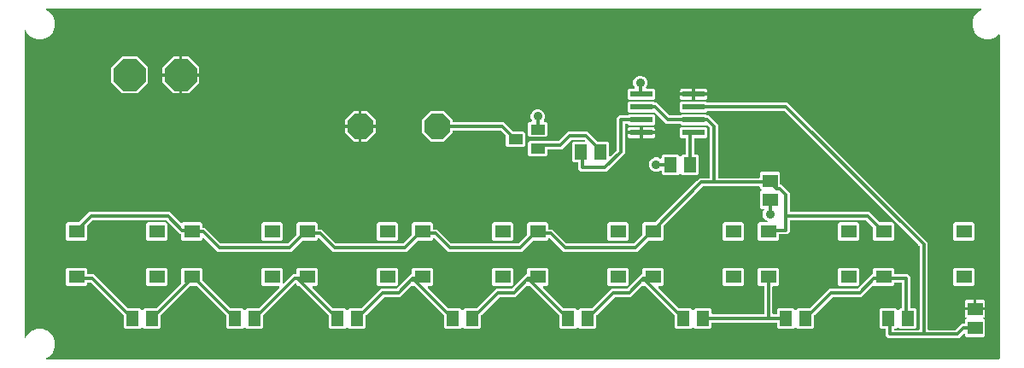
<source format=gtl>
G04 EAGLE Gerber RS-274X export*
G75*
%MOMM*%
%FSLAX34Y34*%
%LPD*%
%INTop Copper*%
%IPPOS*%
%AMOC8*
5,1,8,0,0,1.08239X$1,22.5*%
G01*
%ADD10P,3.409096X8X292.500000*%
%ADD11R,1.500000X1.300000*%
%ADD12P,2.749271X8X202.500000*%
%ADD13R,1.400000X1.000000*%
%ADD14R,1.300000X1.500000*%
%ADD15R,1.550000X1.300000*%
%ADD16R,2.200000X0.600000*%
%ADD17C,0.304800*%
%ADD18C,0.914400*%

G36*
X976398Y10164D02*
X976398Y10164D01*
X976417Y10162D01*
X976519Y10184D01*
X976621Y10200D01*
X976638Y10210D01*
X976658Y10214D01*
X976747Y10267D01*
X976838Y10316D01*
X976852Y10330D01*
X976869Y10340D01*
X976936Y10419D01*
X977008Y10494D01*
X977016Y10512D01*
X977029Y10527D01*
X977068Y10623D01*
X977111Y10717D01*
X977113Y10737D01*
X977121Y10755D01*
X977139Y10922D01*
X977139Y331561D01*
X977128Y331632D01*
X977126Y331703D01*
X977108Y331752D01*
X977100Y331804D01*
X977066Y331867D01*
X977041Y331934D01*
X977009Y331975D01*
X976984Y332021D01*
X976932Y332070D01*
X976888Y332126D01*
X976844Y332155D01*
X976806Y332190D01*
X976741Y332221D01*
X976681Y332259D01*
X976630Y332272D01*
X976583Y332294D01*
X976512Y332302D01*
X976442Y332319D01*
X976390Y332315D01*
X976339Y332321D01*
X976268Y332306D01*
X976197Y332300D01*
X976149Y332280D01*
X976098Y332269D01*
X976037Y332232D01*
X975971Y332204D01*
X975915Y332159D01*
X975887Y332143D01*
X975872Y332125D01*
X975840Y332099D01*
X973788Y330047D01*
X968216Y327739D01*
X962184Y327739D01*
X956612Y330047D01*
X952347Y334312D01*
X950039Y339884D01*
X950039Y345916D01*
X952347Y351488D01*
X956612Y355753D01*
X958597Y356575D01*
X958680Y356626D01*
X958766Y356672D01*
X958784Y356690D01*
X958806Y356704D01*
X958868Y356780D01*
X958935Y356850D01*
X958946Y356874D01*
X958963Y356894D01*
X958998Y356985D01*
X959039Y357073D01*
X959042Y357099D01*
X959051Y357123D01*
X959055Y357221D01*
X959066Y357317D01*
X959060Y357343D01*
X959061Y357369D01*
X959034Y357463D01*
X959013Y357558D01*
X959000Y357580D01*
X958993Y357605D01*
X958937Y357685D01*
X958887Y357769D01*
X958867Y357786D01*
X958853Y357807D01*
X958774Y357866D01*
X958700Y357929D01*
X958676Y357939D01*
X958655Y357954D01*
X958563Y357984D01*
X958472Y358021D01*
X958440Y358024D01*
X958421Y358030D01*
X958388Y358030D01*
X958306Y358039D01*
X32294Y358039D01*
X32198Y358024D01*
X32101Y358014D01*
X32078Y358004D01*
X32052Y358000D01*
X31966Y357954D01*
X31877Y357914D01*
X31857Y357897D01*
X31834Y357884D01*
X31767Y357814D01*
X31696Y357748D01*
X31683Y357725D01*
X31665Y357706D01*
X31624Y357618D01*
X31577Y357532D01*
X31572Y357507D01*
X31561Y357483D01*
X31551Y357386D01*
X31533Y357290D01*
X31537Y357264D01*
X31534Y357239D01*
X31555Y357143D01*
X31569Y357047D01*
X31581Y357024D01*
X31587Y356998D01*
X31636Y356915D01*
X31681Y356828D01*
X31699Y356809D01*
X31713Y356787D01*
X31787Y356724D01*
X31856Y356656D01*
X31885Y356640D01*
X31900Y356627D01*
X31930Y356615D01*
X32003Y356575D01*
X33988Y355753D01*
X38253Y351488D01*
X40561Y345916D01*
X40561Y339884D01*
X38253Y334312D01*
X33988Y330047D01*
X28416Y327739D01*
X22384Y327739D01*
X16812Y330047D01*
X12547Y334312D01*
X11625Y336538D01*
X11574Y336621D01*
X11528Y336707D01*
X11510Y336725D01*
X11496Y336747D01*
X11420Y336810D01*
X11350Y336876D01*
X11326Y336887D01*
X11306Y336904D01*
X11215Y336939D01*
X11127Y336980D01*
X11101Y336983D01*
X11077Y336992D01*
X10979Y336996D01*
X10883Y337007D01*
X10857Y337002D01*
X10831Y337003D01*
X10737Y336976D01*
X10642Y336955D01*
X10620Y336941D01*
X10595Y336934D01*
X10515Y336879D01*
X10431Y336829D01*
X10414Y336809D01*
X10393Y336794D01*
X10334Y336716D01*
X10271Y336642D01*
X10261Y336618D01*
X10246Y336597D01*
X10216Y336504D01*
X10179Y336414D01*
X10176Y336381D01*
X10170Y336363D01*
X10170Y336330D01*
X10161Y336247D01*
X10161Y32053D01*
X10176Y31957D01*
X10186Y31860D01*
X10196Y31836D01*
X10200Y31810D01*
X10246Y31724D01*
X10286Y31635D01*
X10303Y31616D01*
X10316Y31593D01*
X10386Y31526D01*
X10452Y31454D01*
X10475Y31442D01*
X10494Y31424D01*
X10582Y31383D01*
X10668Y31336D01*
X10693Y31331D01*
X10717Y31320D01*
X10814Y31309D01*
X10910Y31292D01*
X10936Y31296D01*
X10961Y31293D01*
X11057Y31313D01*
X11153Y31328D01*
X11176Y31340D01*
X11202Y31345D01*
X11285Y31395D01*
X11372Y31439D01*
X11391Y31458D01*
X11413Y31471D01*
X11476Y31545D01*
X11544Y31615D01*
X11560Y31643D01*
X11573Y31658D01*
X11585Y31689D01*
X11625Y31762D01*
X12547Y33988D01*
X16812Y38253D01*
X22384Y40561D01*
X28416Y40561D01*
X33988Y38253D01*
X38253Y33988D01*
X40561Y28416D01*
X40561Y22384D01*
X38253Y16812D01*
X33988Y12547D01*
X31762Y11625D01*
X31679Y11574D01*
X31593Y11528D01*
X31575Y11510D01*
X31553Y11496D01*
X31490Y11420D01*
X31424Y11350D01*
X31413Y11326D01*
X31396Y11306D01*
X31361Y11215D01*
X31320Y11127D01*
X31317Y11101D01*
X31308Y11077D01*
X31304Y10979D01*
X31293Y10883D01*
X31298Y10857D01*
X31297Y10831D01*
X31324Y10737D01*
X31345Y10642D01*
X31359Y10620D01*
X31366Y10595D01*
X31421Y10515D01*
X31471Y10431D01*
X31491Y10414D01*
X31506Y10393D01*
X31584Y10334D01*
X31658Y10271D01*
X31682Y10261D01*
X31703Y10246D01*
X31796Y10216D01*
X31886Y10179D01*
X31919Y10176D01*
X31937Y10170D01*
X31970Y10170D01*
X32053Y10161D01*
X976378Y10161D01*
X976398Y10164D01*
G37*
%LPC*%
G36*
X866679Y30860D02*
X866679Y30860D01*
X864298Y33241D01*
X864298Y39998D01*
X864295Y40018D01*
X864297Y40037D01*
X864275Y40139D01*
X864258Y40241D01*
X864249Y40258D01*
X864244Y40278D01*
X864191Y40367D01*
X864143Y40458D01*
X864129Y40472D01*
X864118Y40489D01*
X864040Y40556D01*
X863965Y40628D01*
X863947Y40636D01*
X863931Y40649D01*
X863835Y40688D01*
X863742Y40731D01*
X863722Y40733D01*
X863703Y40741D01*
X863537Y40759D01*
X859248Y40759D01*
X857759Y42248D01*
X857759Y59352D01*
X859248Y60841D01*
X874352Y60841D01*
X875762Y59431D01*
X875778Y59420D01*
X875790Y59404D01*
X875878Y59348D01*
X875961Y59288D01*
X875980Y59282D01*
X875997Y59271D01*
X876098Y59246D01*
X876197Y59216D01*
X876216Y59216D01*
X876236Y59211D01*
X876339Y59219D01*
X876442Y59222D01*
X876461Y59229D01*
X876481Y59230D01*
X876576Y59271D01*
X876673Y59306D01*
X876689Y59319D01*
X876707Y59327D01*
X876838Y59431D01*
X878248Y60841D01*
X879412Y60841D01*
X879431Y60844D01*
X879451Y60842D01*
X879552Y60864D01*
X879654Y60880D01*
X879672Y60890D01*
X879691Y60894D01*
X879780Y60947D01*
X879872Y60996D01*
X879885Y61010D01*
X879902Y61020D01*
X879970Y61099D01*
X880041Y61174D01*
X880049Y61192D01*
X880062Y61207D01*
X880101Y61303D01*
X880145Y61397D01*
X880147Y61417D01*
X880154Y61435D01*
X880173Y61602D01*
X880173Y85662D01*
X880170Y85681D01*
X880172Y85701D01*
X880150Y85802D01*
X880133Y85904D01*
X880124Y85922D01*
X880119Y85941D01*
X880066Y86030D01*
X880018Y86122D01*
X880004Y86135D01*
X879993Y86152D01*
X879915Y86220D01*
X879840Y86291D01*
X879822Y86299D01*
X879806Y86312D01*
X879710Y86351D01*
X879617Y86395D01*
X879597Y86397D01*
X879578Y86404D01*
X879412Y86423D01*
X873002Y86423D01*
X872982Y86420D01*
X872963Y86422D01*
X872861Y86400D01*
X872759Y86383D01*
X872742Y86374D01*
X872722Y86369D01*
X872633Y86316D01*
X872542Y86268D01*
X872528Y86254D01*
X872511Y86243D01*
X872444Y86165D01*
X872372Y86090D01*
X872364Y86072D01*
X872351Y86056D01*
X872312Y85960D01*
X872269Y85867D01*
X872267Y85847D01*
X872259Y85828D01*
X872241Y85662D01*
X872241Y84248D01*
X870752Y82759D01*
X853148Y82759D01*
X852366Y83541D01*
X852350Y83553D01*
X852337Y83568D01*
X852250Y83624D01*
X852166Y83684D01*
X852147Y83690D01*
X852130Y83701D01*
X852030Y83726D01*
X851931Y83757D01*
X851911Y83756D01*
X851892Y83761D01*
X851789Y83753D01*
X851685Y83750D01*
X851666Y83744D01*
X851647Y83742D01*
X851552Y83702D01*
X851454Y83666D01*
X851439Y83654D01*
X851420Y83646D01*
X851289Y83541D01*
X839884Y72135D01*
X811624Y72135D01*
X811534Y72121D01*
X811443Y72113D01*
X811413Y72101D01*
X811381Y72096D01*
X811301Y72053D01*
X811217Y72017D01*
X811185Y71991D01*
X811164Y71980D01*
X811142Y71957D01*
X811086Y71912D01*
X793464Y54290D01*
X793411Y54216D01*
X793351Y54147D01*
X793339Y54117D01*
X793320Y54091D01*
X793293Y54004D01*
X793259Y53919D01*
X793255Y53878D01*
X793248Y53855D01*
X793249Y53823D01*
X793241Y53752D01*
X793241Y42248D01*
X791752Y40759D01*
X776648Y40759D01*
X775238Y42169D01*
X775222Y42180D01*
X775210Y42196D01*
X775122Y42252D01*
X775039Y42312D01*
X775020Y42318D01*
X775003Y42329D01*
X774902Y42354D01*
X774803Y42384D01*
X774784Y42384D01*
X774764Y42389D01*
X774661Y42381D01*
X774558Y42378D01*
X774539Y42371D01*
X774519Y42370D01*
X774424Y42329D01*
X774327Y42294D01*
X774311Y42281D01*
X774293Y42273D01*
X774162Y42169D01*
X772752Y40759D01*
X757648Y40759D01*
X756159Y42248D01*
X756159Y45974D01*
X756156Y45994D01*
X756158Y46013D01*
X756136Y46115D01*
X756120Y46217D01*
X756110Y46234D01*
X756106Y46254D01*
X756053Y46343D01*
X756004Y46434D01*
X755990Y46448D01*
X755980Y46465D01*
X755901Y46532D01*
X755826Y46604D01*
X755808Y46612D01*
X755793Y46625D01*
X755697Y46664D01*
X755603Y46707D01*
X755583Y46709D01*
X755565Y46717D01*
X755398Y46735D01*
X692402Y46735D01*
X692382Y46732D01*
X692363Y46734D01*
X692261Y46712D01*
X692159Y46696D01*
X692142Y46686D01*
X692122Y46682D01*
X692033Y46629D01*
X691942Y46580D01*
X691928Y46566D01*
X691911Y46556D01*
X691844Y46477D01*
X691772Y46402D01*
X691764Y46384D01*
X691751Y46369D01*
X691712Y46273D01*
X691669Y46179D01*
X691667Y46159D01*
X691659Y46141D01*
X691641Y45974D01*
X691641Y42248D01*
X690152Y40759D01*
X675048Y40759D01*
X673638Y42169D01*
X673622Y42180D01*
X673610Y42196D01*
X673522Y42252D01*
X673439Y42312D01*
X673420Y42318D01*
X673403Y42329D01*
X673302Y42354D01*
X673203Y42384D01*
X673184Y42384D01*
X673164Y42389D01*
X673061Y42381D01*
X672958Y42378D01*
X672939Y42371D01*
X672919Y42370D01*
X672824Y42329D01*
X672727Y42294D01*
X672711Y42281D01*
X672693Y42273D01*
X672562Y42169D01*
X671152Y40759D01*
X656048Y40759D01*
X654559Y42248D01*
X654559Y53752D01*
X654545Y53842D01*
X654537Y53933D01*
X654525Y53963D01*
X654520Y53995D01*
X654477Y54075D01*
X654441Y54159D01*
X654415Y54191D01*
X654404Y54212D01*
X654381Y54234D01*
X654336Y54290D01*
X626090Y82536D01*
X626016Y82589D01*
X625947Y82649D01*
X625917Y82661D01*
X625891Y82680D01*
X625804Y82707D01*
X625719Y82741D01*
X625678Y82745D01*
X625655Y82752D01*
X625623Y82751D01*
X625552Y82759D01*
X624548Y82759D01*
X623766Y83541D01*
X623750Y83553D01*
X623737Y83568D01*
X623650Y83624D01*
X623566Y83684D01*
X623547Y83690D01*
X623530Y83701D01*
X623430Y83726D01*
X623331Y83757D01*
X623311Y83756D01*
X623292Y83761D01*
X623189Y83753D01*
X623085Y83750D01*
X623066Y83744D01*
X623047Y83742D01*
X622952Y83702D01*
X622854Y83666D01*
X622839Y83654D01*
X622820Y83646D01*
X622689Y83541D01*
X611284Y72135D01*
X595724Y72135D01*
X595634Y72121D01*
X595543Y72113D01*
X595513Y72101D01*
X595481Y72096D01*
X595401Y72053D01*
X595317Y72017D01*
X595285Y71991D01*
X595264Y71980D01*
X595242Y71957D01*
X595186Y71912D01*
X577564Y54290D01*
X577511Y54216D01*
X577451Y54147D01*
X577439Y54117D01*
X577420Y54091D01*
X577393Y54004D01*
X577359Y53919D01*
X577355Y53878D01*
X577348Y53855D01*
X577349Y53823D01*
X577341Y53752D01*
X577341Y42248D01*
X575852Y40759D01*
X560748Y40759D01*
X559338Y42169D01*
X559322Y42180D01*
X559310Y42196D01*
X559222Y42252D01*
X559139Y42312D01*
X559120Y42318D01*
X559103Y42329D01*
X559002Y42354D01*
X558903Y42384D01*
X558884Y42384D01*
X558864Y42389D01*
X558761Y42381D01*
X558658Y42378D01*
X558639Y42371D01*
X558619Y42370D01*
X558524Y42329D01*
X558427Y42294D01*
X558411Y42281D01*
X558393Y42273D01*
X558262Y42169D01*
X556852Y40759D01*
X541748Y40759D01*
X540259Y42248D01*
X540259Y53752D01*
X540245Y53842D01*
X540237Y53933D01*
X540225Y53963D01*
X540220Y53995D01*
X540177Y54075D01*
X540141Y54159D01*
X540115Y54191D01*
X540104Y54212D01*
X540081Y54234D01*
X540036Y54290D01*
X511790Y82536D01*
X511716Y82589D01*
X511647Y82649D01*
X511617Y82661D01*
X511591Y82680D01*
X511504Y82707D01*
X511419Y82741D01*
X511378Y82745D01*
X511356Y82752D01*
X511323Y82751D01*
X511252Y82759D01*
X510248Y82759D01*
X509466Y83541D01*
X509450Y83553D01*
X509437Y83568D01*
X509350Y83624D01*
X509266Y83684D01*
X509247Y83690D01*
X509230Y83701D01*
X509130Y83726D01*
X509031Y83757D01*
X509011Y83756D01*
X508992Y83761D01*
X508889Y83753D01*
X508785Y83750D01*
X508766Y83744D01*
X508747Y83742D01*
X508652Y83702D01*
X508554Y83666D01*
X508539Y83654D01*
X508520Y83646D01*
X508389Y83541D01*
X499588Y74739D01*
X496984Y72135D01*
X481424Y72135D01*
X481334Y72121D01*
X481243Y72113D01*
X481213Y72101D01*
X481181Y72096D01*
X481101Y72053D01*
X481017Y72017D01*
X480985Y71991D01*
X480964Y71980D01*
X480942Y71957D01*
X480886Y71912D01*
X463264Y54290D01*
X463211Y54216D01*
X463151Y54147D01*
X463139Y54117D01*
X463120Y54091D01*
X463093Y54004D01*
X463059Y53919D01*
X463055Y53878D01*
X463048Y53855D01*
X463049Y53823D01*
X463041Y53752D01*
X463041Y42248D01*
X461552Y40759D01*
X446448Y40759D01*
X445038Y42169D01*
X445022Y42180D01*
X445010Y42196D01*
X444922Y42252D01*
X444839Y42312D01*
X444820Y42318D01*
X444803Y42329D01*
X444702Y42354D01*
X444603Y42384D01*
X444584Y42384D01*
X444564Y42389D01*
X444461Y42381D01*
X444358Y42378D01*
X444339Y42371D01*
X444319Y42370D01*
X444224Y42329D01*
X444127Y42294D01*
X444111Y42281D01*
X444093Y42273D01*
X443962Y42169D01*
X442552Y40759D01*
X427448Y40759D01*
X425959Y42248D01*
X425959Y53752D01*
X425945Y53842D01*
X425937Y53933D01*
X425925Y53963D01*
X425920Y53995D01*
X425877Y54075D01*
X425841Y54159D01*
X425815Y54191D01*
X425804Y54212D01*
X425781Y54234D01*
X425736Y54290D01*
X397490Y82536D01*
X397416Y82589D01*
X397347Y82649D01*
X397317Y82661D01*
X397291Y82680D01*
X397204Y82707D01*
X397119Y82741D01*
X397078Y82745D01*
X397056Y82752D01*
X397023Y82751D01*
X396952Y82759D01*
X395948Y82759D01*
X395166Y83541D01*
X395150Y83553D01*
X395137Y83568D01*
X395050Y83624D01*
X394966Y83684D01*
X394947Y83690D01*
X394930Y83701D01*
X394830Y83726D01*
X394731Y83757D01*
X394711Y83756D01*
X394692Y83761D01*
X394589Y83753D01*
X394485Y83750D01*
X394466Y83744D01*
X394447Y83742D01*
X394352Y83702D01*
X394254Y83666D01*
X394239Y83654D01*
X394220Y83646D01*
X394089Y83541D01*
X382684Y72135D01*
X367124Y72135D01*
X367034Y72121D01*
X366943Y72113D01*
X366913Y72101D01*
X366881Y72096D01*
X366801Y72053D01*
X366717Y72017D01*
X366685Y71991D01*
X366664Y71980D01*
X366642Y71957D01*
X366586Y71912D01*
X348964Y54290D01*
X348911Y54216D01*
X348851Y54147D01*
X348839Y54117D01*
X348820Y54091D01*
X348793Y54004D01*
X348759Y53919D01*
X348755Y53878D01*
X348748Y53855D01*
X348749Y53823D01*
X348741Y53752D01*
X348741Y42248D01*
X347252Y40759D01*
X332148Y40759D01*
X330738Y42169D01*
X330722Y42180D01*
X330710Y42196D01*
X330622Y42252D01*
X330539Y42312D01*
X330520Y42318D01*
X330503Y42329D01*
X330402Y42354D01*
X330303Y42384D01*
X330284Y42384D01*
X330264Y42389D01*
X330161Y42381D01*
X330058Y42378D01*
X330039Y42371D01*
X330019Y42370D01*
X329924Y42329D01*
X329827Y42294D01*
X329811Y42281D01*
X329793Y42273D01*
X329662Y42169D01*
X328252Y40759D01*
X313148Y40759D01*
X311659Y42248D01*
X311659Y53752D01*
X311645Y53842D01*
X311637Y53933D01*
X311625Y53963D01*
X311620Y53995D01*
X311577Y54075D01*
X311541Y54159D01*
X311515Y54191D01*
X311504Y54212D01*
X311481Y54234D01*
X311436Y54290D01*
X283190Y82536D01*
X283116Y82589D01*
X283047Y82649D01*
X283017Y82661D01*
X282991Y82680D01*
X282904Y82707D01*
X282819Y82741D01*
X282778Y82745D01*
X282755Y82752D01*
X282723Y82751D01*
X282652Y82759D01*
X281648Y82759D01*
X280159Y84248D01*
X280159Y85248D01*
X280148Y85319D01*
X280146Y85391D01*
X280128Y85440D01*
X280120Y85491D01*
X280086Y85554D01*
X280061Y85622D01*
X280029Y85662D01*
X280004Y85708D01*
X279953Y85758D01*
X279908Y85814D01*
X279864Y85842D01*
X279826Y85878D01*
X279761Y85908D01*
X279701Y85947D01*
X279650Y85959D01*
X279603Y85981D01*
X279532Y85989D01*
X279462Y86007D01*
X279410Y86003D01*
X279359Y86008D01*
X279288Y85993D01*
X279217Y85987D01*
X279169Y85967D01*
X279118Y85956D01*
X279057Y85919D01*
X278991Y85891D01*
X278935Y85846D01*
X278907Y85830D01*
X278892Y85812D01*
X278860Y85786D01*
X247364Y54290D01*
X247311Y54216D01*
X247251Y54147D01*
X247239Y54117D01*
X247220Y54091D01*
X247193Y54004D01*
X247159Y53919D01*
X247155Y53878D01*
X247148Y53856D01*
X247149Y53823D01*
X247141Y53752D01*
X247141Y42248D01*
X245652Y40759D01*
X230548Y40759D01*
X229138Y42169D01*
X229122Y42180D01*
X229110Y42196D01*
X229022Y42252D01*
X228939Y42312D01*
X228920Y42318D01*
X228903Y42329D01*
X228802Y42354D01*
X228703Y42384D01*
X228684Y42384D01*
X228664Y42389D01*
X228561Y42381D01*
X228458Y42378D01*
X228439Y42371D01*
X228419Y42370D01*
X228324Y42329D01*
X228227Y42294D01*
X228211Y42281D01*
X228193Y42273D01*
X228062Y42169D01*
X226652Y40759D01*
X211548Y40759D01*
X210059Y42248D01*
X210059Y53752D01*
X210045Y53842D01*
X210037Y53933D01*
X210025Y53963D01*
X210020Y53995D01*
X209977Y54075D01*
X209941Y54159D01*
X209915Y54191D01*
X209904Y54212D01*
X209881Y54234D01*
X209836Y54290D01*
X181590Y82536D01*
X181516Y82589D01*
X181447Y82649D01*
X181417Y82661D01*
X181391Y82680D01*
X181304Y82707D01*
X181219Y82741D01*
X181178Y82745D01*
X181155Y82752D01*
X181123Y82751D01*
X181052Y82759D01*
X174548Y82759D01*
X174458Y82745D01*
X174367Y82737D01*
X174337Y82725D01*
X174305Y82720D01*
X174225Y82677D01*
X174141Y82641D01*
X174109Y82615D01*
X174088Y82604D01*
X174066Y82581D01*
X174010Y82536D01*
X145764Y54290D01*
X145711Y54216D01*
X145651Y54147D01*
X145639Y54117D01*
X145620Y54091D01*
X145593Y54004D01*
X145559Y53919D01*
X145555Y53878D01*
X145548Y53855D01*
X145549Y53823D01*
X145541Y53752D01*
X145541Y42248D01*
X144052Y40759D01*
X128948Y40759D01*
X127538Y42169D01*
X127522Y42180D01*
X127510Y42196D01*
X127422Y42252D01*
X127339Y42312D01*
X127320Y42318D01*
X127303Y42329D01*
X127202Y42354D01*
X127103Y42384D01*
X127084Y42384D01*
X127064Y42389D01*
X126961Y42381D01*
X126858Y42378D01*
X126839Y42371D01*
X126819Y42370D01*
X126724Y42329D01*
X126627Y42294D01*
X126611Y42281D01*
X126593Y42273D01*
X126462Y42169D01*
X125052Y40759D01*
X109948Y40759D01*
X108459Y42248D01*
X108459Y53752D01*
X108445Y53842D01*
X108437Y53933D01*
X108425Y53963D01*
X108420Y53995D01*
X108377Y54075D01*
X108341Y54159D01*
X108315Y54191D01*
X108304Y54212D01*
X108281Y54234D01*
X108236Y54290D01*
X76327Y86200D01*
X76253Y86253D01*
X76183Y86312D01*
X76153Y86325D01*
X76127Y86343D01*
X76040Y86370D01*
X75955Y86404D01*
X75914Y86409D01*
X75892Y86416D01*
X75860Y86415D01*
X75789Y86423D01*
X72902Y86423D01*
X72882Y86420D01*
X72863Y86422D01*
X72761Y86400D01*
X72659Y86383D01*
X72642Y86374D01*
X72622Y86369D01*
X72533Y86316D01*
X72442Y86268D01*
X72428Y86254D01*
X72411Y86243D01*
X72344Y86165D01*
X72272Y86090D01*
X72264Y86072D01*
X72251Y86056D01*
X72212Y85960D01*
X72169Y85867D01*
X72167Y85847D01*
X72159Y85828D01*
X72141Y85662D01*
X72141Y84248D01*
X70652Y82759D01*
X53048Y82759D01*
X51559Y84248D01*
X51559Y99352D01*
X53048Y100841D01*
X70652Y100841D01*
X72141Y99352D01*
X72141Y95313D01*
X72144Y95294D01*
X72142Y95274D01*
X72164Y95173D01*
X72180Y95071D01*
X72190Y95053D01*
X72194Y95034D01*
X72247Y94945D01*
X72296Y94853D01*
X72310Y94840D01*
X72320Y94823D01*
X72399Y94755D01*
X72474Y94684D01*
X72492Y94676D01*
X72507Y94663D01*
X72603Y94624D01*
X72697Y94580D01*
X72717Y94578D01*
X72735Y94571D01*
X72902Y94552D01*
X79471Y94552D01*
X112960Y61064D01*
X113034Y61011D01*
X113103Y60951D01*
X113133Y60939D01*
X113159Y60920D01*
X113246Y60893D01*
X113331Y60859D01*
X113372Y60855D01*
X113395Y60848D01*
X113427Y60849D01*
X113498Y60841D01*
X125052Y60841D01*
X126462Y59431D01*
X126478Y59420D01*
X126490Y59404D01*
X126578Y59348D01*
X126661Y59288D01*
X126680Y59282D01*
X126697Y59271D01*
X126798Y59246D01*
X126897Y59216D01*
X126916Y59216D01*
X126936Y59211D01*
X127039Y59219D01*
X127142Y59222D01*
X127161Y59229D01*
X127181Y59230D01*
X127276Y59271D01*
X127373Y59306D01*
X127389Y59319D01*
X127407Y59327D01*
X127538Y59431D01*
X128948Y60841D01*
X140502Y60841D01*
X140592Y60855D01*
X140683Y60863D01*
X140713Y60875D01*
X140745Y60880D01*
X140825Y60923D01*
X140909Y60959D01*
X140941Y60985D01*
X140962Y60996D01*
X140984Y61019D01*
X141040Y61064D01*
X165636Y85660D01*
X165689Y85734D01*
X165749Y85803D01*
X165761Y85833D01*
X165780Y85859D01*
X165807Y85946D01*
X165841Y86031D01*
X165845Y86072D01*
X165852Y86095D01*
X165851Y86127D01*
X165859Y86198D01*
X165859Y99352D01*
X167348Y100841D01*
X184952Y100841D01*
X186441Y99352D01*
X186441Y89498D01*
X186455Y89408D01*
X186463Y89317D01*
X186475Y89287D01*
X186480Y89255D01*
X186523Y89175D01*
X186559Y89091D01*
X186585Y89059D01*
X186596Y89038D01*
X186619Y89016D01*
X186664Y88960D01*
X214560Y61064D01*
X214634Y61011D01*
X214703Y60951D01*
X214733Y60939D01*
X214759Y60920D01*
X214846Y60893D01*
X214931Y60859D01*
X214972Y60855D01*
X214995Y60848D01*
X215027Y60849D01*
X215098Y60841D01*
X226652Y60841D01*
X228062Y59431D01*
X228078Y59420D01*
X228090Y59404D01*
X228178Y59348D01*
X228261Y59288D01*
X228280Y59282D01*
X228297Y59271D01*
X228398Y59246D01*
X228497Y59216D01*
X228516Y59216D01*
X228536Y59211D01*
X228639Y59219D01*
X228742Y59222D01*
X228761Y59229D01*
X228781Y59230D01*
X228876Y59271D01*
X228973Y59306D01*
X228989Y59319D01*
X229007Y59327D01*
X229138Y59431D01*
X230548Y60841D01*
X242102Y60841D01*
X242192Y60855D01*
X242283Y60863D01*
X242313Y60875D01*
X242345Y60880D01*
X242425Y60923D01*
X242509Y60959D01*
X242541Y60985D01*
X242562Y60996D01*
X242584Y61019D01*
X242640Y61064D01*
X263036Y81460D01*
X263078Y81518D01*
X263128Y81570D01*
X263150Y81617D01*
X263180Y81659D01*
X263201Y81728D01*
X263231Y81793D01*
X263237Y81845D01*
X263252Y81895D01*
X263250Y81966D01*
X263258Y82037D01*
X263247Y82088D01*
X263246Y82140D01*
X263221Y82208D01*
X263206Y82278D01*
X263179Y82322D01*
X263161Y82371D01*
X263117Y82427D01*
X263080Y82489D01*
X263040Y82523D01*
X263008Y82563D01*
X262947Y82602D01*
X262893Y82649D01*
X262845Y82668D01*
X262801Y82696D01*
X262731Y82714D01*
X262665Y82741D01*
X262593Y82749D01*
X262562Y82757D01*
X262539Y82755D01*
X262498Y82759D01*
X246848Y82759D01*
X245359Y84248D01*
X245359Y99352D01*
X246848Y100841D01*
X264452Y100841D01*
X265941Y99352D01*
X265941Y86202D01*
X265952Y86131D01*
X265954Y86059D01*
X265972Y86011D01*
X265980Y85959D01*
X266014Y85896D01*
X266039Y85828D01*
X266071Y85788D01*
X266096Y85742D01*
X266148Y85692D01*
X266192Y85636D01*
X266236Y85608D01*
X266274Y85572D01*
X266339Y85542D01*
X266399Y85503D01*
X266450Y85491D01*
X266497Y85469D01*
X266568Y85461D01*
X266638Y85443D01*
X266690Y85447D01*
X266741Y85442D01*
X266812Y85457D01*
X266883Y85463D01*
X266931Y85483D01*
X266982Y85494D01*
X267043Y85531D01*
X267109Y85559D01*
X267165Y85604D01*
X267193Y85620D01*
X267208Y85638D01*
X267240Y85664D01*
X273525Y91948D01*
X276129Y94552D01*
X279398Y94552D01*
X279418Y94555D01*
X279437Y94553D01*
X279539Y94575D01*
X279641Y94592D01*
X279658Y94601D01*
X279678Y94606D01*
X279767Y94659D01*
X279858Y94707D01*
X279872Y94721D01*
X279889Y94732D01*
X279956Y94810D01*
X280028Y94885D01*
X280036Y94903D01*
X280049Y94919D01*
X280088Y95015D01*
X280131Y95108D01*
X280133Y95128D01*
X280141Y95147D01*
X280159Y95313D01*
X280159Y99352D01*
X281648Y100841D01*
X299252Y100841D01*
X300741Y99352D01*
X300741Y84248D01*
X299252Y82759D01*
X296302Y82759D01*
X296231Y82748D01*
X296159Y82746D01*
X296110Y82728D01*
X296059Y82720D01*
X295996Y82686D01*
X295928Y82661D01*
X295888Y82629D01*
X295842Y82604D01*
X295792Y82553D01*
X295736Y82508D01*
X295708Y82464D01*
X295672Y82426D01*
X295642Y82361D01*
X295603Y82301D01*
X295591Y82250D01*
X295569Y82203D01*
X295561Y82132D01*
X295543Y82062D01*
X295547Y82010D01*
X295542Y81959D01*
X295557Y81888D01*
X295563Y81817D01*
X295583Y81769D01*
X295594Y81718D01*
X295631Y81657D01*
X295659Y81591D01*
X295704Y81535D01*
X295720Y81507D01*
X295738Y81492D01*
X295764Y81460D01*
X316160Y61064D01*
X316234Y61011D01*
X316303Y60951D01*
X316333Y60939D01*
X316359Y60920D01*
X316446Y60893D01*
X316531Y60859D01*
X316572Y60855D01*
X316594Y60848D01*
X316627Y60849D01*
X316698Y60841D01*
X328252Y60841D01*
X329662Y59431D01*
X329678Y59420D01*
X329690Y59404D01*
X329778Y59348D01*
X329861Y59288D01*
X329880Y59282D01*
X329897Y59271D01*
X329998Y59246D01*
X330097Y59216D01*
X330116Y59216D01*
X330136Y59211D01*
X330239Y59219D01*
X330342Y59222D01*
X330361Y59229D01*
X330381Y59230D01*
X330476Y59271D01*
X330573Y59306D01*
X330589Y59319D01*
X330607Y59327D01*
X330738Y59431D01*
X332148Y60841D01*
X343702Y60841D01*
X343792Y60855D01*
X343883Y60863D01*
X343913Y60875D01*
X343945Y60880D01*
X344025Y60923D01*
X344109Y60959D01*
X344141Y60985D01*
X344162Y60996D01*
X344184Y61019D01*
X344240Y61064D01*
X363441Y80265D01*
X379001Y80265D01*
X379091Y80279D01*
X379182Y80287D01*
X379212Y80299D01*
X379244Y80304D01*
X379324Y80347D01*
X379408Y80383D01*
X379440Y80409D01*
X379461Y80420D01*
X379483Y80443D01*
X379539Y80488D01*
X390206Y91154D01*
X390206Y91155D01*
X393033Y93981D01*
X393604Y94552D01*
X393698Y94552D01*
X393718Y94555D01*
X393737Y94553D01*
X393839Y94575D01*
X393941Y94592D01*
X393958Y94601D01*
X393978Y94606D01*
X394067Y94659D01*
X394158Y94707D01*
X394172Y94721D01*
X394189Y94732D01*
X394256Y94810D01*
X394328Y94885D01*
X394336Y94903D01*
X394349Y94919D01*
X394388Y95015D01*
X394431Y95108D01*
X394433Y95128D01*
X394441Y95147D01*
X394459Y95313D01*
X394459Y99352D01*
X395948Y100841D01*
X413552Y100841D01*
X415041Y99352D01*
X415041Y84248D01*
X413552Y82759D01*
X410602Y82759D01*
X410531Y82748D01*
X410459Y82746D01*
X410411Y82728D01*
X410359Y82720D01*
X410296Y82686D01*
X410228Y82661D01*
X410188Y82629D01*
X410142Y82604D01*
X410092Y82552D01*
X410036Y82508D01*
X410008Y82464D01*
X409972Y82426D01*
X409942Y82361D01*
X409903Y82301D01*
X409891Y82250D01*
X409869Y82203D01*
X409861Y82132D01*
X409843Y82062D01*
X409847Y82010D01*
X409842Y81959D01*
X409857Y81888D01*
X409863Y81817D01*
X409883Y81769D01*
X409894Y81718D01*
X409931Y81657D01*
X409959Y81591D01*
X410004Y81535D01*
X410020Y81507D01*
X410038Y81492D01*
X410064Y81460D01*
X430460Y61064D01*
X430534Y61011D01*
X430603Y60951D01*
X430633Y60939D01*
X430659Y60920D01*
X430746Y60893D01*
X430831Y60859D01*
X430872Y60855D01*
X430895Y60848D01*
X430927Y60849D01*
X430998Y60841D01*
X442552Y60841D01*
X443962Y59431D01*
X443978Y59420D01*
X443990Y59404D01*
X444078Y59348D01*
X444161Y59288D01*
X444180Y59282D01*
X444197Y59271D01*
X444298Y59246D01*
X444397Y59216D01*
X444416Y59216D01*
X444436Y59211D01*
X444539Y59219D01*
X444642Y59222D01*
X444661Y59229D01*
X444681Y59230D01*
X444776Y59271D01*
X444873Y59306D01*
X444889Y59319D01*
X444907Y59327D01*
X445038Y59431D01*
X446448Y60841D01*
X458002Y60841D01*
X458092Y60855D01*
X458183Y60863D01*
X458213Y60875D01*
X458245Y60880D01*
X458325Y60923D01*
X458409Y60959D01*
X458441Y60985D01*
X458462Y60996D01*
X458484Y61019D01*
X458540Y61064D01*
X477741Y80265D01*
X493301Y80265D01*
X493391Y80279D01*
X493482Y80287D01*
X493512Y80299D01*
X493544Y80304D01*
X493624Y80347D01*
X493708Y80383D01*
X493740Y80409D01*
X493761Y80420D01*
X493783Y80443D01*
X493839Y80488D01*
X504506Y91154D01*
X504506Y91155D01*
X507904Y94552D01*
X507998Y94552D01*
X508018Y94555D01*
X508037Y94553D01*
X508139Y94575D01*
X508241Y94592D01*
X508258Y94601D01*
X508278Y94606D01*
X508367Y94659D01*
X508458Y94707D01*
X508472Y94721D01*
X508489Y94732D01*
X508556Y94810D01*
X508628Y94885D01*
X508636Y94903D01*
X508649Y94919D01*
X508688Y95015D01*
X508731Y95108D01*
X508733Y95128D01*
X508741Y95147D01*
X508759Y95313D01*
X508759Y99352D01*
X510248Y100841D01*
X527852Y100841D01*
X529341Y99352D01*
X529341Y84248D01*
X527852Y82759D01*
X524902Y82759D01*
X524831Y82748D01*
X524759Y82746D01*
X524711Y82728D01*
X524659Y82720D01*
X524596Y82686D01*
X524528Y82661D01*
X524488Y82629D01*
X524442Y82604D01*
X524392Y82552D01*
X524336Y82508D01*
X524308Y82464D01*
X524272Y82426D01*
X524242Y82361D01*
X524203Y82301D01*
X524191Y82250D01*
X524169Y82203D01*
X524161Y82132D01*
X524143Y82062D01*
X524147Y82010D01*
X524142Y81959D01*
X524157Y81888D01*
X524163Y81817D01*
X524183Y81769D01*
X524194Y81718D01*
X524231Y81657D01*
X524259Y81591D01*
X524304Y81535D01*
X524320Y81507D01*
X524338Y81492D01*
X524364Y81460D01*
X544760Y61064D01*
X544834Y61011D01*
X544903Y60951D01*
X544933Y60939D01*
X544959Y60920D01*
X545046Y60893D01*
X545131Y60859D01*
X545172Y60855D01*
X545195Y60848D01*
X545227Y60849D01*
X545298Y60841D01*
X556852Y60841D01*
X558262Y59431D01*
X558278Y59420D01*
X558290Y59404D01*
X558378Y59348D01*
X558461Y59288D01*
X558480Y59282D01*
X558497Y59271D01*
X558598Y59246D01*
X558697Y59216D01*
X558716Y59216D01*
X558736Y59211D01*
X558839Y59219D01*
X558942Y59222D01*
X558961Y59229D01*
X558981Y59230D01*
X559076Y59271D01*
X559173Y59306D01*
X559189Y59319D01*
X559207Y59327D01*
X559338Y59431D01*
X560748Y60841D01*
X572302Y60841D01*
X572392Y60855D01*
X572483Y60863D01*
X572513Y60875D01*
X572545Y60880D01*
X572625Y60923D01*
X572709Y60959D01*
X572741Y60985D01*
X572762Y60996D01*
X572784Y61019D01*
X572840Y61064D01*
X592041Y80265D01*
X607601Y80265D01*
X607691Y80279D01*
X607782Y80287D01*
X607812Y80299D01*
X607844Y80304D01*
X607924Y80347D01*
X608008Y80383D01*
X608040Y80409D01*
X608061Y80420D01*
X608083Y80443D01*
X608139Y80488D01*
X622204Y94552D01*
X622298Y94552D01*
X622318Y94555D01*
X622337Y94553D01*
X622439Y94575D01*
X622541Y94592D01*
X622558Y94601D01*
X622578Y94606D01*
X622667Y94659D01*
X622758Y94707D01*
X622772Y94721D01*
X622789Y94732D01*
X622856Y94810D01*
X622928Y94885D01*
X622936Y94903D01*
X622949Y94919D01*
X622988Y95015D01*
X623031Y95108D01*
X623033Y95128D01*
X623041Y95147D01*
X623059Y95313D01*
X623059Y99352D01*
X624548Y100841D01*
X642152Y100841D01*
X643641Y99352D01*
X643641Y84248D01*
X642152Y82759D01*
X639202Y82759D01*
X639131Y82748D01*
X639059Y82746D01*
X639011Y82728D01*
X638959Y82720D01*
X638896Y82686D01*
X638828Y82661D01*
X638788Y82629D01*
X638742Y82604D01*
X638692Y82552D01*
X638636Y82508D01*
X638608Y82464D01*
X638572Y82426D01*
X638542Y82361D01*
X638503Y82301D01*
X638491Y82250D01*
X638469Y82203D01*
X638461Y82132D01*
X638443Y82062D01*
X638447Y82010D01*
X638442Y81959D01*
X638457Y81888D01*
X638463Y81817D01*
X638483Y81769D01*
X638494Y81718D01*
X638531Y81657D01*
X638559Y81591D01*
X638604Y81535D01*
X638620Y81507D01*
X638638Y81492D01*
X638664Y81460D01*
X659060Y61064D01*
X659134Y61011D01*
X659203Y60951D01*
X659233Y60939D01*
X659259Y60920D01*
X659346Y60893D01*
X659431Y60859D01*
X659472Y60855D01*
X659495Y60848D01*
X659527Y60849D01*
X659598Y60841D01*
X671152Y60841D01*
X672562Y59431D01*
X672578Y59420D01*
X672590Y59404D01*
X672678Y59348D01*
X672761Y59288D01*
X672780Y59282D01*
X672797Y59271D01*
X672898Y59246D01*
X672997Y59216D01*
X673016Y59216D01*
X673036Y59211D01*
X673139Y59219D01*
X673242Y59222D01*
X673261Y59229D01*
X673281Y59230D01*
X673376Y59271D01*
X673473Y59306D01*
X673489Y59319D01*
X673507Y59327D01*
X673638Y59431D01*
X675048Y60841D01*
X690152Y60841D01*
X691641Y59352D01*
X691641Y55626D01*
X691644Y55606D01*
X691642Y55587D01*
X691664Y55485D01*
X691680Y55383D01*
X691690Y55366D01*
X691694Y55346D01*
X691747Y55257D01*
X691796Y55166D01*
X691810Y55152D01*
X691820Y55135D01*
X691899Y55068D01*
X691974Y54996D01*
X691992Y54988D01*
X692007Y54975D01*
X692103Y54936D01*
X692197Y54893D01*
X692217Y54891D01*
X692235Y54883D01*
X692402Y54865D01*
X742887Y54865D01*
X742906Y54868D01*
X742926Y54866D01*
X743027Y54888D01*
X743129Y54904D01*
X743147Y54914D01*
X743166Y54918D01*
X743255Y54971D01*
X743347Y55020D01*
X743360Y55034D01*
X743377Y55044D01*
X743445Y55123D01*
X743516Y55198D01*
X743524Y55216D01*
X743537Y55231D01*
X743576Y55327D01*
X743620Y55421D01*
X743622Y55441D01*
X743629Y55459D01*
X743648Y55626D01*
X743648Y81998D01*
X743645Y82018D01*
X743647Y82037D01*
X743625Y82139D01*
X743608Y82241D01*
X743599Y82258D01*
X743594Y82278D01*
X743541Y82367D01*
X743493Y82458D01*
X743479Y82472D01*
X743468Y82489D01*
X743390Y82556D01*
X743315Y82628D01*
X743297Y82636D01*
X743281Y82649D01*
X743185Y82688D01*
X743092Y82731D01*
X743072Y82733D01*
X743053Y82741D01*
X742887Y82759D01*
X738848Y82759D01*
X737359Y84248D01*
X737359Y99352D01*
X738848Y100841D01*
X756452Y100841D01*
X757941Y99352D01*
X757941Y84248D01*
X756452Y82759D01*
X752538Y82759D01*
X752519Y82756D01*
X752499Y82758D01*
X752398Y82736D01*
X752296Y82720D01*
X752278Y82710D01*
X752259Y82706D01*
X752170Y82653D01*
X752078Y82604D01*
X752065Y82590D01*
X752048Y82580D01*
X751980Y82501D01*
X751909Y82426D01*
X751901Y82408D01*
X751888Y82393D01*
X751849Y82297D01*
X751805Y82203D01*
X751803Y82183D01*
X751796Y82165D01*
X751777Y81998D01*
X751777Y55626D01*
X751780Y55606D01*
X751778Y55587D01*
X751800Y55485D01*
X751817Y55383D01*
X751826Y55366D01*
X751831Y55346D01*
X751884Y55257D01*
X751932Y55166D01*
X751946Y55152D01*
X751957Y55135D01*
X752035Y55068D01*
X752110Y54996D01*
X752128Y54988D01*
X752144Y54975D01*
X752240Y54936D01*
X752333Y54893D01*
X752353Y54891D01*
X752372Y54883D01*
X752538Y54865D01*
X755398Y54865D01*
X755418Y54868D01*
X755437Y54866D01*
X755539Y54888D01*
X755641Y54904D01*
X755658Y54914D01*
X755678Y54918D01*
X755767Y54971D01*
X755858Y55020D01*
X755872Y55034D01*
X755889Y55044D01*
X755956Y55123D01*
X756028Y55198D01*
X756036Y55216D01*
X756049Y55231D01*
X756088Y55327D01*
X756131Y55421D01*
X756133Y55441D01*
X756141Y55459D01*
X756159Y55626D01*
X756159Y59352D01*
X757648Y60841D01*
X772752Y60841D01*
X774162Y59431D01*
X774178Y59420D01*
X774190Y59404D01*
X774278Y59348D01*
X774361Y59288D01*
X774380Y59282D01*
X774397Y59271D01*
X774498Y59246D01*
X774597Y59216D01*
X774616Y59216D01*
X774636Y59211D01*
X774739Y59219D01*
X774842Y59222D01*
X774861Y59229D01*
X774881Y59230D01*
X774976Y59271D01*
X775073Y59306D01*
X775089Y59319D01*
X775107Y59327D01*
X775238Y59431D01*
X776648Y60841D01*
X788202Y60841D01*
X788292Y60855D01*
X788383Y60863D01*
X788413Y60875D01*
X788445Y60880D01*
X788525Y60923D01*
X788609Y60959D01*
X788641Y60985D01*
X788662Y60996D01*
X788684Y61019D01*
X788740Y61064D01*
X807941Y80265D01*
X836201Y80265D01*
X836291Y80279D01*
X836382Y80287D01*
X836412Y80299D01*
X836444Y80304D01*
X836524Y80347D01*
X836608Y80383D01*
X836640Y80409D01*
X836661Y80420D01*
X836683Y80443D01*
X836739Y80488D01*
X850804Y94552D01*
X850898Y94552D01*
X850918Y94555D01*
X850937Y94553D01*
X851039Y94575D01*
X851141Y94592D01*
X851158Y94601D01*
X851178Y94606D01*
X851267Y94659D01*
X851358Y94707D01*
X851372Y94721D01*
X851389Y94732D01*
X851456Y94810D01*
X851528Y94885D01*
X851536Y94903D01*
X851549Y94919D01*
X851588Y95015D01*
X851631Y95108D01*
X851633Y95128D01*
X851641Y95147D01*
X851659Y95313D01*
X851659Y99352D01*
X853148Y100841D01*
X870752Y100841D01*
X872241Y99352D01*
X872241Y95313D01*
X872244Y95294D01*
X872242Y95274D01*
X872264Y95173D01*
X872280Y95071D01*
X872290Y95053D01*
X872294Y95034D01*
X872347Y94945D01*
X872396Y94853D01*
X872410Y94840D01*
X872420Y94823D01*
X872499Y94755D01*
X872574Y94684D01*
X872592Y94676D01*
X872607Y94663D01*
X872703Y94624D01*
X872797Y94580D01*
X872817Y94578D01*
X872835Y94571D01*
X873002Y94552D01*
X885921Y94552D01*
X888302Y92171D01*
X888302Y61602D01*
X888305Y61582D01*
X888303Y61563D01*
X888325Y61461D01*
X888342Y61359D01*
X888351Y61342D01*
X888356Y61322D01*
X888409Y61233D01*
X888457Y61142D01*
X888471Y61128D01*
X888482Y61111D01*
X888560Y61044D01*
X888635Y60972D01*
X888653Y60964D01*
X888669Y60951D01*
X888765Y60912D01*
X888858Y60869D01*
X888878Y60867D01*
X888897Y60859D01*
X889063Y60841D01*
X893352Y60841D01*
X894841Y59352D01*
X894841Y42248D01*
X893352Y40759D01*
X878248Y40759D01*
X876838Y42169D01*
X876822Y42180D01*
X876810Y42196D01*
X876722Y42252D01*
X876639Y42312D01*
X876620Y42318D01*
X876603Y42329D01*
X876502Y42354D01*
X876403Y42384D01*
X876384Y42384D01*
X876364Y42389D01*
X876261Y42381D01*
X876158Y42378D01*
X876139Y42371D01*
X876119Y42370D01*
X876024Y42329D01*
X875927Y42294D01*
X875911Y42281D01*
X875893Y42273D01*
X875762Y42169D01*
X874352Y40759D01*
X873188Y40759D01*
X873169Y40756D01*
X873149Y40758D01*
X873048Y40736D01*
X872946Y40720D01*
X872928Y40710D01*
X872909Y40706D01*
X872820Y40653D01*
X872728Y40604D01*
X872715Y40590D01*
X872698Y40580D01*
X872630Y40501D01*
X872559Y40426D01*
X872551Y40408D01*
X872538Y40393D01*
X872499Y40297D01*
X872455Y40203D01*
X872453Y40183D01*
X872446Y40165D01*
X872427Y39998D01*
X872427Y39751D01*
X872430Y39731D01*
X872428Y39712D01*
X872450Y39610D01*
X872467Y39508D01*
X872476Y39491D01*
X872481Y39471D01*
X872534Y39382D01*
X872582Y39291D01*
X872596Y39277D01*
X872607Y39260D01*
X872685Y39193D01*
X872760Y39121D01*
X872778Y39113D01*
X872794Y39100D01*
X872890Y39061D01*
X872983Y39018D01*
X873003Y39016D01*
X873022Y39008D01*
X873188Y38990D01*
X896874Y38990D01*
X896894Y38993D01*
X896913Y38991D01*
X897015Y39013D01*
X897117Y39029D01*
X897134Y39039D01*
X897154Y39043D01*
X897243Y39096D01*
X897334Y39145D01*
X897348Y39159D01*
X897365Y39169D01*
X897432Y39248D01*
X897504Y39323D01*
X897512Y39341D01*
X897525Y39356D01*
X897564Y39452D01*
X897607Y39546D01*
X897609Y39566D01*
X897617Y39584D01*
X897635Y39751D01*
X897635Y121826D01*
X897621Y121916D01*
X897613Y122007D01*
X897601Y122037D01*
X897596Y122069D01*
X897553Y122149D01*
X897517Y122233D01*
X897491Y122265D01*
X897480Y122286D01*
X897457Y122308D01*
X897412Y122364D01*
X763714Y256062D01*
X763640Y256115D01*
X763571Y256175D01*
X763541Y256187D01*
X763515Y256206D01*
X763428Y256233D01*
X763343Y256267D01*
X763302Y256271D01*
X763279Y256278D01*
X763247Y256277D01*
X763176Y256285D01*
X687544Y256285D01*
X687454Y256271D01*
X687363Y256263D01*
X687333Y256251D01*
X687301Y256246D01*
X687220Y256203D01*
X687136Y256167D01*
X687104Y256141D01*
X687084Y256130D01*
X687061Y256107D01*
X687005Y256062D01*
X685752Y254809D01*
X661648Y254809D01*
X660159Y256298D01*
X660159Y264402D01*
X661648Y265891D01*
X685752Y265891D01*
X687005Y264638D01*
X687079Y264585D01*
X687149Y264525D01*
X687179Y264513D01*
X687205Y264494D01*
X687292Y264467D01*
X687377Y264433D01*
X687418Y264429D01*
X687440Y264422D01*
X687472Y264423D01*
X687544Y264415D01*
X766859Y264415D01*
X905765Y125509D01*
X905765Y39751D01*
X905768Y39731D01*
X905766Y39712D01*
X905788Y39610D01*
X905804Y39508D01*
X905814Y39491D01*
X905818Y39471D01*
X905871Y39382D01*
X905920Y39291D01*
X905934Y39277D01*
X905944Y39260D01*
X906023Y39193D01*
X906098Y39121D01*
X906116Y39113D01*
X906131Y39100D01*
X906227Y39061D01*
X906321Y39018D01*
X906341Y39016D01*
X906359Y39008D01*
X906526Y38990D01*
X933039Y38990D01*
X933129Y39004D01*
X933220Y39012D01*
X933249Y39024D01*
X933281Y39029D01*
X933362Y39072D01*
X933446Y39108D01*
X933478Y39134D01*
X933499Y39145D01*
X933521Y39168D01*
X933577Y39213D01*
X939704Y45340D01*
X941698Y45340D01*
X941718Y45343D01*
X941737Y45341D01*
X941839Y45363D01*
X941941Y45379D01*
X941958Y45389D01*
X941978Y45393D01*
X942067Y45446D01*
X942158Y45495D01*
X942172Y45509D01*
X942189Y45519D01*
X942256Y45598D01*
X942328Y45673D01*
X942336Y45691D01*
X942349Y45706D01*
X942388Y45802D01*
X942431Y45896D01*
X942433Y45916D01*
X942441Y45934D01*
X942459Y46101D01*
X942459Y48852D01*
X943964Y50358D01*
X944033Y50453D01*
X944104Y50550D01*
X944106Y50554D01*
X944108Y50557D01*
X944143Y50670D01*
X944179Y50784D01*
X944179Y50788D01*
X944180Y50792D01*
X944177Y50911D01*
X944175Y51030D01*
X944174Y51034D01*
X944174Y51038D01*
X944133Y51150D01*
X944094Y51262D01*
X944091Y51265D01*
X944090Y51269D01*
X944015Y51363D01*
X943942Y51456D01*
X943938Y51459D01*
X943936Y51461D01*
X943924Y51469D01*
X943807Y51555D01*
X943440Y51767D01*
X942967Y52240D01*
X942632Y52819D01*
X942459Y53466D01*
X942459Y58777D01*
X951738Y58777D01*
X951758Y58780D01*
X951777Y58778D01*
X951879Y58800D01*
X951981Y58817D01*
X951998Y58826D01*
X952018Y58830D01*
X952107Y58883D01*
X952198Y58932D01*
X952212Y58946D01*
X952229Y58956D01*
X952296Y59035D01*
X952367Y59110D01*
X952376Y59128D01*
X952389Y59143D01*
X952428Y59239D01*
X952471Y59333D01*
X952473Y59353D01*
X952481Y59371D01*
X952499Y59538D01*
X952499Y60301D01*
X952501Y60301D01*
X952501Y59538D01*
X952504Y59518D01*
X952502Y59499D01*
X952524Y59397D01*
X952541Y59295D01*
X952550Y59278D01*
X952554Y59258D01*
X952607Y59169D01*
X952656Y59078D01*
X952670Y59064D01*
X952680Y59047D01*
X952759Y58980D01*
X952834Y58909D01*
X952852Y58900D01*
X952867Y58887D01*
X952963Y58848D01*
X953057Y58805D01*
X953077Y58803D01*
X953095Y58795D01*
X953262Y58777D01*
X962541Y58777D01*
X962541Y53466D01*
X962368Y52819D01*
X962033Y52240D01*
X961560Y51767D01*
X961193Y51555D01*
X961100Y51479D01*
X961008Y51406D01*
X961006Y51402D01*
X961003Y51399D01*
X960939Y51298D01*
X960875Y51199D01*
X960874Y51195D01*
X960872Y51191D01*
X960844Y51075D01*
X960815Y50960D01*
X960816Y50956D01*
X960815Y50952D01*
X960825Y50833D01*
X960834Y50715D01*
X960836Y50711D01*
X960836Y50707D01*
X960884Y50597D01*
X960931Y50489D01*
X960934Y50485D01*
X960935Y50482D01*
X960945Y50471D01*
X961036Y50358D01*
X962541Y48852D01*
X962541Y33748D01*
X961052Y32259D01*
X943948Y32259D01*
X942459Y33748D01*
X942459Y34761D01*
X942448Y34831D01*
X942446Y34903D01*
X942428Y34952D01*
X942420Y35003D01*
X942386Y35067D01*
X942361Y35134D01*
X942329Y35175D01*
X942304Y35221D01*
X942252Y35270D01*
X942208Y35326D01*
X942164Y35354D01*
X942126Y35390D01*
X942061Y35420D01*
X942001Y35459D01*
X941950Y35472D01*
X941903Y35494D01*
X941832Y35502D01*
X941762Y35519D01*
X941710Y35515D01*
X941659Y35521D01*
X941588Y35506D01*
X941517Y35500D01*
X941469Y35480D01*
X941418Y35469D01*
X941357Y35432D01*
X941291Y35404D01*
X941235Y35359D01*
X941207Y35342D01*
X941192Y35325D01*
X941160Y35299D01*
X936721Y30860D01*
X866679Y30860D01*
G37*
%LPD*%
%LPC*%
G36*
X201516Y116585D02*
X201516Y116585D01*
X187740Y130361D01*
X187682Y130403D01*
X187630Y130453D01*
X187583Y130475D01*
X187541Y130505D01*
X187472Y130526D01*
X187407Y130556D01*
X187355Y130562D01*
X187305Y130577D01*
X187234Y130575D01*
X187163Y130583D01*
X187112Y130572D01*
X187060Y130571D01*
X186992Y130546D01*
X186922Y130531D01*
X186877Y130504D01*
X186829Y130486D01*
X186773Y130442D01*
X186711Y130405D01*
X186677Y130365D01*
X186637Y130333D01*
X186598Y130272D01*
X186551Y130218D01*
X186532Y130170D01*
X186504Y130126D01*
X186486Y130056D01*
X186459Y129990D01*
X186451Y129918D01*
X186443Y129887D01*
X186445Y129864D01*
X186441Y129823D01*
X186441Y129248D01*
X184952Y127759D01*
X167348Y127759D01*
X165859Y129248D01*
X165859Y133287D01*
X165856Y133306D01*
X165858Y133326D01*
X165836Y133427D01*
X165820Y133529D01*
X165810Y133547D01*
X165806Y133566D01*
X165753Y133655D01*
X165704Y133747D01*
X165690Y133760D01*
X165680Y133777D01*
X165601Y133845D01*
X165526Y133916D01*
X165508Y133924D01*
X165493Y133937D01*
X165397Y133976D01*
X165303Y134020D01*
X165283Y134022D01*
X165265Y134029D01*
X165098Y134048D01*
X165004Y134048D01*
X150939Y148112D01*
X150865Y148165D01*
X150796Y148225D01*
X150766Y148237D01*
X150740Y148256D01*
X150653Y148283D01*
X150568Y148317D01*
X150527Y148321D01*
X150504Y148328D01*
X150472Y148327D01*
X150401Y148335D01*
X78199Y148335D01*
X78109Y148321D01*
X78018Y148313D01*
X77988Y148301D01*
X77956Y148296D01*
X77876Y148253D01*
X77792Y148217D01*
X77760Y148191D01*
X77739Y148180D01*
X77717Y148157D01*
X77661Y148112D01*
X72364Y142815D01*
X72311Y142741D01*
X72251Y142672D01*
X72239Y142642D01*
X72220Y142616D01*
X72193Y142529D01*
X72159Y142444D01*
X72155Y142403D01*
X72148Y142380D01*
X72149Y142348D01*
X72141Y142277D01*
X72141Y129248D01*
X70652Y127759D01*
X53048Y127759D01*
X51559Y129248D01*
X51559Y144352D01*
X53048Y145841D01*
X63577Y145841D01*
X63667Y145855D01*
X63758Y145863D01*
X63788Y145875D01*
X63820Y145880D01*
X63900Y145923D01*
X63984Y145959D01*
X64016Y145985D01*
X64037Y145996D01*
X64059Y146019D01*
X64115Y146064D01*
X74516Y156465D01*
X154084Y156465D01*
X165489Y145059D01*
X165505Y145047D01*
X165518Y145032D01*
X165605Y144976D01*
X165689Y144916D01*
X165708Y144910D01*
X165725Y144899D01*
X165825Y144874D01*
X165924Y144843D01*
X165944Y144844D01*
X165963Y144839D01*
X166066Y144847D01*
X166170Y144850D01*
X166189Y144856D01*
X166209Y144858D01*
X166303Y144898D01*
X166401Y144934D01*
X166417Y144946D01*
X166435Y144954D01*
X166566Y145059D01*
X167348Y145841D01*
X184952Y145841D01*
X186441Y144352D01*
X186441Y141351D01*
X186444Y141331D01*
X186442Y141312D01*
X186464Y141210D01*
X186480Y141108D01*
X186490Y141091D01*
X186494Y141071D01*
X186547Y140982D01*
X186596Y140891D01*
X186610Y140877D01*
X186620Y140860D01*
X186699Y140793D01*
X186774Y140721D01*
X186792Y140713D01*
X186807Y140700D01*
X186903Y140661D01*
X186997Y140618D01*
X187017Y140616D01*
X187035Y140608D01*
X187202Y140590D01*
X189009Y140590D01*
X204661Y124938D01*
X204735Y124885D01*
X204804Y124825D01*
X204834Y124813D01*
X204860Y124794D01*
X204947Y124767D01*
X205032Y124733D01*
X205073Y124729D01*
X205096Y124722D01*
X205128Y124723D01*
X205199Y124715D01*
X271051Y124715D01*
X271141Y124729D01*
X271232Y124737D01*
X271262Y124749D01*
X271294Y124754D01*
X271374Y124797D01*
X271458Y124833D01*
X271490Y124859D01*
X271511Y124870D01*
X271533Y124893D01*
X271589Y124938D01*
X279936Y133285D01*
X279989Y133359D01*
X280049Y133428D01*
X280061Y133458D01*
X280080Y133484D01*
X280107Y133571D01*
X280141Y133656D01*
X280145Y133697D01*
X280152Y133720D01*
X280151Y133752D01*
X280159Y133823D01*
X280159Y144352D01*
X281648Y145841D01*
X299252Y145841D01*
X300741Y144352D01*
X300741Y139763D01*
X300744Y139744D01*
X300742Y139724D01*
X300764Y139623D01*
X300780Y139521D01*
X300790Y139503D01*
X300794Y139484D01*
X300847Y139395D01*
X300896Y139303D01*
X300910Y139290D01*
X300920Y139273D01*
X300999Y139205D01*
X301074Y139134D01*
X301092Y139126D01*
X301107Y139113D01*
X301203Y139074D01*
X301297Y139030D01*
X301317Y139028D01*
X301335Y139021D01*
X301502Y139002D01*
X304896Y139002D01*
X318961Y124938D01*
X319035Y124885D01*
X319104Y124825D01*
X319134Y124813D01*
X319160Y124794D01*
X319247Y124767D01*
X319332Y124733D01*
X319373Y124729D01*
X319396Y124722D01*
X319428Y124723D01*
X319499Y124715D01*
X385351Y124715D01*
X385441Y124729D01*
X385532Y124737D01*
X385562Y124749D01*
X385594Y124754D01*
X385674Y124797D01*
X385758Y124833D01*
X385790Y124859D01*
X385811Y124870D01*
X385833Y124893D01*
X385889Y124938D01*
X394236Y133285D01*
X394289Y133359D01*
X394349Y133428D01*
X394361Y133458D01*
X394380Y133484D01*
X394407Y133571D01*
X394441Y133656D01*
X394445Y133697D01*
X394452Y133720D01*
X394451Y133752D01*
X394459Y133823D01*
X394459Y144352D01*
X395948Y145841D01*
X413552Y145841D01*
X415041Y144352D01*
X415041Y139763D01*
X415044Y139744D01*
X415042Y139724D01*
X415064Y139623D01*
X415080Y139521D01*
X415090Y139503D01*
X415094Y139484D01*
X415147Y139395D01*
X415196Y139303D01*
X415210Y139290D01*
X415220Y139273D01*
X415299Y139205D01*
X415374Y139134D01*
X415392Y139126D01*
X415407Y139113D01*
X415503Y139074D01*
X415597Y139030D01*
X415617Y139028D01*
X415635Y139021D01*
X415802Y139002D01*
X419196Y139002D01*
X433261Y124938D01*
X433335Y124885D01*
X433404Y124825D01*
X433434Y124813D01*
X433460Y124794D01*
X433547Y124767D01*
X433632Y124733D01*
X433673Y124729D01*
X433696Y124722D01*
X433728Y124723D01*
X433799Y124715D01*
X499651Y124715D01*
X499741Y124729D01*
X499832Y124737D01*
X499862Y124749D01*
X499894Y124754D01*
X499974Y124797D01*
X500058Y124833D01*
X500090Y124859D01*
X500111Y124870D01*
X500133Y124893D01*
X500189Y124938D01*
X508536Y133285D01*
X508589Y133359D01*
X508649Y133428D01*
X508661Y133458D01*
X508680Y133484D01*
X508707Y133571D01*
X508741Y133656D01*
X508745Y133697D01*
X508752Y133720D01*
X508751Y133752D01*
X508759Y133823D01*
X508759Y144352D01*
X510248Y145841D01*
X527852Y145841D01*
X529341Y144352D01*
X529341Y139763D01*
X529344Y139744D01*
X529342Y139724D01*
X529364Y139623D01*
X529380Y139521D01*
X529390Y139503D01*
X529394Y139484D01*
X529447Y139395D01*
X529496Y139303D01*
X529510Y139290D01*
X529520Y139273D01*
X529599Y139205D01*
X529674Y139134D01*
X529692Y139126D01*
X529707Y139113D01*
X529803Y139074D01*
X529897Y139030D01*
X529917Y139028D01*
X529935Y139021D01*
X530102Y139002D01*
X533496Y139002D01*
X547561Y124938D01*
X547635Y124885D01*
X547704Y124825D01*
X547734Y124813D01*
X547760Y124794D01*
X547847Y124767D01*
X547932Y124733D01*
X547973Y124729D01*
X547996Y124722D01*
X548028Y124723D01*
X548099Y124715D01*
X613951Y124715D01*
X614041Y124729D01*
X614132Y124737D01*
X614162Y124749D01*
X614194Y124754D01*
X614274Y124797D01*
X614358Y124833D01*
X614390Y124859D01*
X614411Y124870D01*
X614433Y124893D01*
X614489Y124938D01*
X622836Y133285D01*
X622889Y133359D01*
X622949Y133428D01*
X622961Y133458D01*
X622980Y133484D01*
X623007Y133571D01*
X623041Y133656D01*
X623045Y133697D01*
X623052Y133719D01*
X623051Y133752D01*
X623059Y133823D01*
X623059Y144352D01*
X624548Y145841D01*
X635077Y145841D01*
X635167Y145855D01*
X635258Y145863D01*
X635288Y145875D01*
X635320Y145880D01*
X635400Y145923D01*
X635484Y145959D01*
X635516Y145985D01*
X635537Y145996D01*
X635559Y146019D01*
X635615Y146064D01*
X676750Y187198D01*
X679354Y189802D01*
X688912Y189802D01*
X688931Y189805D01*
X688951Y189803D01*
X689052Y189825D01*
X689154Y189842D01*
X689172Y189851D01*
X689191Y189856D01*
X689280Y189909D01*
X689372Y189957D01*
X689385Y189971D01*
X689402Y189982D01*
X689470Y190060D01*
X689541Y190135D01*
X689549Y190153D01*
X689562Y190169D01*
X689601Y190265D01*
X689645Y190358D01*
X689647Y190378D01*
X689654Y190397D01*
X689673Y190563D01*
X689673Y239301D01*
X689670Y239319D01*
X689672Y239336D01*
X689657Y239404D01*
X689651Y239482D01*
X689638Y239512D01*
X689633Y239544D01*
X689622Y239564D01*
X689619Y239577D01*
X689589Y239628D01*
X689555Y239708D01*
X689529Y239741D01*
X689518Y239761D01*
X689498Y239780D01*
X689493Y239788D01*
X689486Y239794D01*
X689450Y239839D01*
X687004Y242285D01*
X686988Y242296D01*
X686976Y242312D01*
X686889Y242368D01*
X686805Y242428D01*
X686786Y242434D01*
X686769Y242445D01*
X686668Y242470D01*
X686570Y242501D01*
X686550Y242500D01*
X686530Y242505D01*
X686427Y242497D01*
X686324Y242494D01*
X686305Y242487D01*
X686285Y242486D01*
X686190Y242445D01*
X686093Y242410D01*
X686077Y242397D01*
X686059Y242390D01*
X685928Y242285D01*
X685752Y242109D01*
X661648Y242109D01*
X660395Y243362D01*
X660321Y243415D01*
X660251Y243475D01*
X660221Y243487D01*
X660195Y243506D01*
X660108Y243533D01*
X660023Y243567D01*
X659982Y243571D01*
X659960Y243578D01*
X659928Y243577D01*
X659856Y243585D01*
X646016Y243585D01*
X634811Y254791D01*
X634794Y254803D01*
X634782Y254818D01*
X634695Y254874D01*
X634611Y254934D01*
X634592Y254940D01*
X634575Y254951D01*
X634475Y254976D01*
X634376Y255007D01*
X634356Y255006D01*
X634337Y255011D01*
X634234Y255003D01*
X634130Y255000D01*
X634111Y254994D01*
X634091Y254992D01*
X633996Y254952D01*
X633899Y254916D01*
X633883Y254904D01*
X633865Y254896D01*
X633757Y254809D01*
X609648Y254809D01*
X608159Y256298D01*
X608159Y264402D01*
X609648Y265891D01*
X633752Y265891D01*
X635005Y264638D01*
X635079Y264585D01*
X635149Y264525D01*
X635179Y264513D01*
X635205Y264494D01*
X635292Y264467D01*
X635377Y264433D01*
X635418Y264429D01*
X635440Y264422D01*
X635472Y264423D01*
X635544Y264415D01*
X636684Y264415D01*
X649161Y251938D01*
X649235Y251885D01*
X649304Y251825D01*
X649334Y251813D01*
X649360Y251794D01*
X649447Y251767D01*
X649532Y251733D01*
X649573Y251729D01*
X649596Y251722D01*
X649628Y251723D01*
X649699Y251715D01*
X659856Y251715D01*
X659946Y251729D01*
X660037Y251737D01*
X660067Y251749D01*
X660099Y251754D01*
X660180Y251797D01*
X660264Y251833D01*
X660296Y251859D01*
X660316Y251870D01*
X660339Y251893D01*
X660395Y251938D01*
X661648Y253191D01*
X685752Y253191D01*
X687005Y251938D01*
X687079Y251885D01*
X687149Y251825D01*
X687179Y251813D01*
X687205Y251794D01*
X687292Y251767D01*
X687377Y251733D01*
X687418Y251729D01*
X687440Y251722D01*
X687472Y251723D01*
X687544Y251715D01*
X689071Y251715D01*
X697802Y242984D01*
X697802Y190563D01*
X697805Y190549D01*
X697803Y190538D01*
X697804Y190533D01*
X697803Y190524D01*
X697825Y190423D01*
X697842Y190321D01*
X697851Y190303D01*
X697856Y190284D01*
X697909Y190195D01*
X697957Y190103D01*
X697971Y190090D01*
X697982Y190073D01*
X698060Y190005D01*
X698135Y189934D01*
X698153Y189926D01*
X698169Y189913D01*
X698265Y189874D01*
X698358Y189830D01*
X698378Y189828D01*
X698397Y189821D01*
X698563Y189802D01*
X738498Y189802D01*
X738518Y189805D01*
X738537Y189803D01*
X738639Y189825D01*
X738741Y189842D01*
X738758Y189851D01*
X738778Y189856D01*
X738867Y189909D01*
X738958Y189957D01*
X738972Y189971D01*
X738989Y189982D01*
X739056Y190060D01*
X739128Y190135D01*
X739136Y190153D01*
X739149Y190169D01*
X739188Y190265D01*
X739231Y190358D01*
X739233Y190378D01*
X739241Y190397D01*
X739259Y190563D01*
X739259Y194852D01*
X740748Y196341D01*
X757852Y196341D01*
X759341Y194852D01*
X759341Y184213D01*
X759344Y184194D01*
X759342Y184174D01*
X759364Y184073D01*
X759380Y183971D01*
X759390Y183953D01*
X759394Y183934D01*
X759447Y183845D01*
X759496Y183753D01*
X759510Y183740D01*
X759520Y183723D01*
X759599Y183655D01*
X759674Y183584D01*
X759692Y183576D01*
X759707Y183563D01*
X759803Y183524D01*
X759897Y183480D01*
X759917Y183478D01*
X759935Y183471D01*
X760102Y183452D01*
X760509Y183452D01*
X769240Y174721D01*
X769240Y157226D01*
X769243Y157206D01*
X769241Y157187D01*
X769263Y157085D01*
X769279Y156983D01*
X769289Y156966D01*
X769293Y156946D01*
X769346Y156857D01*
X769395Y156766D01*
X769409Y156752D01*
X769419Y156735D01*
X769498Y156668D01*
X769573Y156596D01*
X769591Y156588D01*
X769606Y156575D01*
X769702Y156536D01*
X769796Y156493D01*
X769816Y156491D01*
X769834Y156483D01*
X770001Y156465D01*
X847821Y156465D01*
X858222Y146064D01*
X858296Y146011D01*
X858366Y145951D01*
X858396Y145939D01*
X858422Y145920D01*
X858509Y145893D01*
X858594Y145859D01*
X858635Y145855D01*
X858657Y145848D01*
X858689Y145849D01*
X858760Y145841D01*
X870752Y145841D01*
X872241Y144352D01*
X872241Y129248D01*
X870752Y127759D01*
X853148Y127759D01*
X851659Y129248D01*
X851659Y140815D01*
X851645Y140905D01*
X851637Y140996D01*
X851625Y141025D01*
X851620Y141057D01*
X851577Y141138D01*
X851541Y141222D01*
X851515Y141254D01*
X851504Y141275D01*
X851481Y141297D01*
X851436Y141353D01*
X844677Y148112D01*
X844603Y148165D01*
X844533Y148225D01*
X844503Y148237D01*
X844477Y148256D01*
X844390Y148283D01*
X844305Y148317D01*
X844264Y148321D01*
X844242Y148328D01*
X844210Y148327D01*
X844139Y148335D01*
X770001Y148335D01*
X769981Y148332D01*
X769962Y148334D01*
X769860Y148312D01*
X769758Y148296D01*
X769741Y148286D01*
X769721Y148282D01*
X769632Y148229D01*
X769541Y148180D01*
X769527Y148166D01*
X769510Y148156D01*
X769443Y148077D01*
X769371Y148002D01*
X769363Y147984D01*
X769350Y147969D01*
X769311Y147873D01*
X769268Y147779D01*
X769266Y147759D01*
X769258Y147741D01*
X769240Y147574D01*
X769240Y136429D01*
X766859Y134048D01*
X758702Y134048D01*
X758682Y134045D01*
X758663Y134047D01*
X758561Y134025D01*
X758459Y134008D01*
X758442Y133999D01*
X758422Y133994D01*
X758333Y133941D01*
X758242Y133893D01*
X758228Y133879D01*
X758211Y133868D01*
X758144Y133790D01*
X758072Y133715D01*
X758064Y133697D01*
X758051Y133681D01*
X758012Y133585D01*
X757969Y133492D01*
X757967Y133472D01*
X757959Y133453D01*
X757941Y133287D01*
X757941Y129248D01*
X756452Y127759D01*
X738848Y127759D01*
X737359Y129248D01*
X737359Y144352D01*
X738848Y145841D01*
X746555Y145841D01*
X746651Y145856D01*
X746748Y145866D01*
X746772Y145876D01*
X746797Y145880D01*
X746883Y145926D01*
X746972Y145966D01*
X746992Y145983D01*
X747015Y145996D01*
X747082Y146066D01*
X747153Y146132D01*
X747166Y146155D01*
X747184Y146174D01*
X747225Y146262D01*
X747272Y146348D01*
X747277Y146373D01*
X747288Y146397D01*
X747298Y146494D01*
X747316Y146590D01*
X747312Y146616D01*
X747315Y146641D01*
X747294Y146737D01*
X747280Y146833D01*
X747268Y146856D01*
X747263Y146882D01*
X747213Y146965D01*
X747168Y147052D01*
X747150Y147071D01*
X747136Y147093D01*
X747062Y147156D01*
X746993Y147224D01*
X746964Y147240D01*
X746949Y147253D01*
X746919Y147265D01*
X746846Y147305D01*
X745271Y147958D01*
X743270Y149958D01*
X742187Y152573D01*
X742187Y155402D01*
X743283Y158047D01*
X743305Y158070D01*
X743326Y158117D01*
X743357Y158159D01*
X743378Y158228D01*
X743408Y158293D01*
X743414Y158345D01*
X743429Y158394D01*
X743427Y158466D01*
X743435Y158537D01*
X743424Y158588D01*
X743423Y158640D01*
X743398Y158708D01*
X743383Y158778D01*
X743356Y158823D01*
X743339Y158871D01*
X743294Y158927D01*
X743257Y158989D01*
X743217Y159023D01*
X743185Y159063D01*
X743124Y159102D01*
X743070Y159149D01*
X743022Y159168D01*
X742978Y159196D01*
X742908Y159214D01*
X742842Y159241D01*
X742771Y159249D01*
X742740Y159257D01*
X742716Y159255D01*
X742675Y159259D01*
X740748Y159259D01*
X739259Y160748D01*
X739259Y175852D01*
X740669Y177262D01*
X740680Y177278D01*
X740696Y177290D01*
X740752Y177378D01*
X740812Y177461D01*
X740818Y177480D01*
X740829Y177497D01*
X740854Y177598D01*
X740884Y177697D01*
X740884Y177716D01*
X740889Y177736D01*
X740881Y177839D01*
X740878Y177942D01*
X740871Y177961D01*
X740870Y177981D01*
X740829Y178076D01*
X740794Y178173D01*
X740781Y178189D01*
X740773Y178207D01*
X740669Y178338D01*
X739259Y179748D01*
X739259Y180912D01*
X739256Y180931D01*
X739258Y180951D01*
X739236Y181052D01*
X739220Y181154D01*
X739210Y181172D01*
X739206Y181191D01*
X739153Y181280D01*
X739104Y181372D01*
X739090Y181385D01*
X739080Y181402D01*
X739001Y181470D01*
X738926Y181541D01*
X738908Y181549D01*
X738893Y181562D01*
X738797Y181601D01*
X738703Y181645D01*
X738683Y181647D01*
X738665Y181654D01*
X738498Y181673D01*
X683036Y181673D01*
X682946Y181658D01*
X682855Y181651D01*
X682826Y181638D01*
X682794Y181633D01*
X682713Y181590D01*
X682629Y181555D01*
X682597Y181529D01*
X682576Y181518D01*
X682554Y181495D01*
X682498Y181450D01*
X643864Y142815D01*
X643811Y142741D01*
X643751Y142672D01*
X643739Y142642D01*
X643720Y142616D01*
X643693Y142529D01*
X643659Y142444D01*
X643655Y142403D01*
X643648Y142381D01*
X643649Y142348D01*
X643641Y142277D01*
X643641Y129248D01*
X642152Y127759D01*
X629123Y127759D01*
X629033Y127745D01*
X628942Y127737D01*
X628912Y127725D01*
X628880Y127720D01*
X628800Y127677D01*
X628716Y127641D01*
X628684Y127615D01*
X628663Y127604D01*
X628641Y127581D01*
X628585Y127536D01*
X620238Y119189D01*
X617634Y116585D01*
X544416Y116585D01*
X530640Y130361D01*
X530582Y130403D01*
X530530Y130453D01*
X530483Y130475D01*
X530441Y130505D01*
X530372Y130526D01*
X530307Y130556D01*
X530255Y130562D01*
X530205Y130577D01*
X530134Y130575D01*
X530063Y130583D01*
X530012Y130572D01*
X529960Y130571D01*
X529892Y130546D01*
X529822Y130531D01*
X529777Y130504D01*
X529729Y130486D01*
X529673Y130442D01*
X529611Y130405D01*
X529577Y130365D01*
X529537Y130333D01*
X529498Y130272D01*
X529451Y130218D01*
X529432Y130170D01*
X529404Y130126D01*
X529386Y130056D01*
X529359Y129990D01*
X529351Y129918D01*
X529343Y129887D01*
X529345Y129864D01*
X529341Y129823D01*
X529341Y129248D01*
X527852Y127759D01*
X514823Y127759D01*
X514733Y127745D01*
X514642Y127737D01*
X514612Y127725D01*
X514580Y127720D01*
X514500Y127677D01*
X514416Y127641D01*
X514384Y127615D01*
X514363Y127604D01*
X514341Y127581D01*
X514285Y127536D01*
X503334Y116585D01*
X430116Y116585D01*
X416340Y130361D01*
X416282Y130403D01*
X416230Y130453D01*
X416183Y130475D01*
X416141Y130505D01*
X416072Y130526D01*
X416007Y130556D01*
X415955Y130562D01*
X415905Y130577D01*
X415834Y130575D01*
X415763Y130583D01*
X415712Y130572D01*
X415660Y130571D01*
X415592Y130546D01*
X415522Y130531D01*
X415477Y130504D01*
X415429Y130486D01*
X415373Y130442D01*
X415311Y130405D01*
X415277Y130365D01*
X415237Y130333D01*
X415198Y130272D01*
X415151Y130218D01*
X415132Y130170D01*
X415104Y130126D01*
X415086Y130056D01*
X415059Y129990D01*
X415051Y129918D01*
X415043Y129887D01*
X415045Y129864D01*
X415041Y129823D01*
X415041Y129248D01*
X413552Y127759D01*
X400523Y127759D01*
X400433Y127745D01*
X400342Y127737D01*
X400312Y127725D01*
X400280Y127720D01*
X400200Y127677D01*
X400116Y127641D01*
X400084Y127615D01*
X400063Y127604D01*
X400041Y127581D01*
X399985Y127536D01*
X389034Y116585D01*
X315816Y116585D01*
X302040Y130361D01*
X301982Y130403D01*
X301930Y130453D01*
X301883Y130475D01*
X301841Y130505D01*
X301772Y130526D01*
X301707Y130556D01*
X301655Y130562D01*
X301605Y130577D01*
X301534Y130575D01*
X301463Y130583D01*
X301412Y130572D01*
X301360Y130571D01*
X301292Y130546D01*
X301222Y130531D01*
X301177Y130504D01*
X301129Y130486D01*
X301073Y130442D01*
X301011Y130405D01*
X300977Y130365D01*
X300937Y130333D01*
X300898Y130272D01*
X300851Y130218D01*
X300832Y130170D01*
X300804Y130126D01*
X300786Y130056D01*
X300759Y129990D01*
X300751Y129918D01*
X300743Y129887D01*
X300745Y129864D01*
X300741Y129823D01*
X300741Y129248D01*
X299252Y127759D01*
X286223Y127759D01*
X286133Y127745D01*
X286042Y127737D01*
X286012Y127725D01*
X285980Y127720D01*
X285900Y127677D01*
X285816Y127641D01*
X285784Y127615D01*
X285763Y127604D01*
X285741Y127581D01*
X285685Y127536D01*
X274734Y116585D01*
X201516Y116585D01*
G37*
%LPD*%
%LPC*%
G36*
X561879Y195960D02*
X561879Y195960D01*
X559498Y198341D01*
X559498Y205098D01*
X559495Y205118D01*
X559497Y205137D01*
X559475Y205239D01*
X559458Y205341D01*
X559449Y205358D01*
X559444Y205378D01*
X559391Y205467D01*
X559343Y205558D01*
X559329Y205572D01*
X559318Y205589D01*
X559240Y205656D01*
X559165Y205728D01*
X559147Y205736D01*
X559131Y205749D01*
X559035Y205788D01*
X558942Y205831D01*
X558922Y205833D01*
X558903Y205841D01*
X558737Y205859D01*
X554448Y205859D01*
X552959Y207348D01*
X552959Y224452D01*
X554448Y225941D01*
X564986Y225941D01*
X565056Y225952D01*
X565128Y225954D01*
X565177Y225972D01*
X565228Y225980D01*
X565292Y226014D01*
X565359Y226039D01*
X565400Y226071D01*
X565446Y226096D01*
X565495Y226147D01*
X565551Y226192D01*
X565579Y226236D01*
X565615Y226274D01*
X565645Y226339D01*
X565684Y226399D01*
X565697Y226450D01*
X565719Y226497D01*
X565727Y226568D01*
X565744Y226638D01*
X565740Y226690D01*
X565746Y226741D01*
X565731Y226812D01*
X565725Y226883D01*
X565705Y226931D01*
X565694Y226982D01*
X565657Y227043D01*
X565629Y227109D01*
X565584Y227165D01*
X565567Y227193D01*
X565550Y227208D01*
X565524Y227240D01*
X565277Y227487D01*
X565203Y227540D01*
X565133Y227600D01*
X565103Y227612D01*
X565077Y227631D01*
X564990Y227658D01*
X564905Y227692D01*
X564864Y227696D01*
X564842Y227703D01*
X564810Y227702D01*
X564739Y227710D01*
X552861Y227710D01*
X552771Y227696D01*
X552680Y227688D01*
X552651Y227676D01*
X552619Y227671D01*
X552538Y227628D01*
X552454Y227592D01*
X552422Y227566D01*
X552401Y227555D01*
X552379Y227532D01*
X552323Y227487D01*
X543021Y218185D01*
X529302Y218185D01*
X529282Y218182D01*
X529263Y218184D01*
X529161Y218162D01*
X529059Y218146D01*
X529042Y218136D01*
X529022Y218132D01*
X528933Y218079D01*
X528842Y218030D01*
X528828Y218016D01*
X528811Y218006D01*
X528744Y217927D01*
X528672Y217852D01*
X528664Y217834D01*
X528651Y217819D01*
X528612Y217723D01*
X528569Y217629D01*
X528567Y217609D01*
X528559Y217591D01*
X528541Y217424D01*
X528541Y213048D01*
X527052Y211559D01*
X510948Y211559D01*
X509459Y213048D01*
X509459Y225152D01*
X510948Y226641D01*
X527052Y226641D01*
X527155Y226538D01*
X527229Y226485D01*
X527299Y226425D01*
X527329Y226413D01*
X527355Y226394D01*
X527442Y226367D01*
X527527Y226333D01*
X527568Y226329D01*
X527590Y226322D01*
X527622Y226323D01*
X527694Y226315D01*
X539339Y226315D01*
X539429Y226329D01*
X539520Y226337D01*
X539549Y226349D01*
X539581Y226354D01*
X539662Y226397D01*
X539746Y226433D01*
X539778Y226459D01*
X539799Y226470D01*
X539821Y226493D01*
X539877Y226538D01*
X549179Y235840D01*
X568421Y235840D01*
X578097Y226164D01*
X578171Y226111D01*
X578241Y226051D01*
X578271Y226039D01*
X578297Y226020D01*
X578384Y225993D01*
X578469Y225959D01*
X578510Y225955D01*
X578532Y225948D01*
X578564Y225949D01*
X578635Y225941D01*
X588552Y225941D01*
X590041Y224452D01*
X590041Y211864D01*
X590042Y211856D01*
X590042Y211853D01*
X590046Y211835D01*
X590052Y211794D01*
X590054Y211722D01*
X590072Y211673D01*
X590080Y211622D01*
X590114Y211558D01*
X590139Y211491D01*
X590171Y211450D01*
X590196Y211404D01*
X590248Y211355D01*
X590292Y211299D01*
X590336Y211271D01*
X590374Y211235D01*
X590439Y211205D01*
X590499Y211166D01*
X590550Y211153D01*
X590597Y211131D01*
X590668Y211123D01*
X590738Y211106D01*
X590790Y211110D01*
X590841Y211104D01*
X590912Y211119D01*
X590983Y211125D01*
X591031Y211145D01*
X591082Y211156D01*
X591143Y211193D01*
X591209Y211221D01*
X591265Y211266D01*
X591293Y211283D01*
X591308Y211300D01*
X591340Y211326D01*
X597375Y217361D01*
X597428Y217435D01*
X597487Y217504D01*
X597500Y217534D01*
X597518Y217560D01*
X597545Y217647D01*
X597579Y217732D01*
X597584Y217773D01*
X597591Y217796D01*
X597590Y217828D01*
X597598Y217899D01*
X597598Y249334D01*
X599979Y251715D01*
X607856Y251715D01*
X607946Y251729D01*
X608037Y251737D01*
X608067Y251749D01*
X608099Y251754D01*
X608180Y251797D01*
X608264Y251833D01*
X608296Y251859D01*
X608316Y251870D01*
X608339Y251893D01*
X608395Y251938D01*
X609648Y253191D01*
X633752Y253191D01*
X635241Y251702D01*
X635241Y243598D01*
X633752Y242109D01*
X609648Y242109D01*
X608395Y243362D01*
X608321Y243415D01*
X608251Y243475D01*
X608221Y243487D01*
X608195Y243506D01*
X608108Y243533D01*
X608023Y243567D01*
X607982Y243571D01*
X607960Y243578D01*
X607928Y243577D01*
X607856Y243585D01*
X606488Y243585D01*
X606469Y243582D01*
X606449Y243584D01*
X606348Y243562D01*
X606246Y243546D01*
X606228Y243536D01*
X606209Y243532D01*
X606120Y243479D01*
X606028Y243430D01*
X606015Y243416D01*
X605998Y243406D01*
X605930Y243327D01*
X605859Y243252D01*
X605851Y243234D01*
X605838Y243219D01*
X605799Y243123D01*
X605755Y243029D01*
X605753Y243009D01*
X605746Y242991D01*
X605727Y242824D01*
X605727Y214216D01*
X587471Y195960D01*
X561879Y195960D01*
G37*
%LPD*%
%LPC*%
G36*
X488948Y221059D02*
X488948Y221059D01*
X487459Y222548D01*
X487459Y231965D01*
X487445Y232055D01*
X487437Y232146D01*
X487425Y232175D01*
X487420Y232207D01*
X487377Y232288D01*
X487341Y232372D01*
X487315Y232404D01*
X487304Y232425D01*
X487281Y232447D01*
X487236Y232503D01*
X482727Y237012D01*
X482653Y237065D01*
X482583Y237125D01*
X482553Y237137D01*
X482527Y237156D01*
X482440Y237183D01*
X482355Y237217D01*
X482314Y237221D01*
X482292Y237228D01*
X482260Y237227D01*
X482189Y237235D01*
X435102Y237235D01*
X435082Y237232D01*
X435063Y237234D01*
X434961Y237212D01*
X434859Y237196D01*
X434842Y237186D01*
X434822Y237182D01*
X434733Y237129D01*
X434642Y237080D01*
X434628Y237066D01*
X434611Y237056D01*
X434544Y236977D01*
X434472Y236902D01*
X434464Y236884D01*
X434451Y236869D01*
X434412Y236773D01*
X434369Y236679D01*
X434367Y236659D01*
X434359Y236641D01*
X434341Y236474D01*
X434341Y234987D01*
X425413Y226059D01*
X412787Y226059D01*
X403859Y234987D01*
X403859Y247613D01*
X412787Y256541D01*
X425413Y256541D01*
X434341Y247613D01*
X434341Y246126D01*
X434342Y246115D01*
X434342Y246109D01*
X434343Y246101D01*
X434342Y246087D01*
X434364Y245985D01*
X434380Y245883D01*
X434390Y245866D01*
X434394Y245846D01*
X434447Y245757D01*
X434496Y245666D01*
X434510Y245652D01*
X434520Y245635D01*
X434599Y245568D01*
X434674Y245496D01*
X434692Y245488D01*
X434707Y245475D01*
X434803Y245436D01*
X434897Y245393D01*
X434917Y245391D01*
X434935Y245383D01*
X435102Y245365D01*
X485871Y245365D01*
X488475Y242761D01*
X494872Y236364D01*
X494946Y236311D01*
X495016Y236251D01*
X495046Y236239D01*
X495072Y236220D01*
X495159Y236193D01*
X495244Y236159D01*
X495285Y236155D01*
X495307Y236148D01*
X495339Y236149D01*
X495410Y236141D01*
X505052Y236141D01*
X506541Y234652D01*
X506541Y222548D01*
X505052Y221059D01*
X488948Y221059D01*
G37*
%LPD*%
%LPC*%
G36*
X643348Y193159D02*
X643348Y193159D01*
X641859Y194648D01*
X641859Y196575D01*
X641848Y196646D01*
X641846Y196718D01*
X641828Y196767D01*
X641820Y196818D01*
X641786Y196881D01*
X641761Y196949D01*
X641729Y196989D01*
X641704Y197035D01*
X641652Y197085D01*
X641607Y197141D01*
X641564Y197169D01*
X641526Y197205D01*
X641461Y197235D01*
X641401Y197274D01*
X641350Y197286D01*
X641303Y197308D01*
X641232Y197316D01*
X641162Y197334D01*
X641110Y197330D01*
X641059Y197335D01*
X640988Y197320D01*
X640917Y197314D01*
X640869Y197294D01*
X640818Y197283D01*
X640757Y197246D01*
X640690Y197218D01*
X640646Y197182D01*
X638002Y196087D01*
X635173Y196087D01*
X632558Y197170D01*
X630558Y199171D01*
X629475Y201785D01*
X629475Y204615D01*
X630558Y207229D01*
X632558Y209230D01*
X635173Y210313D01*
X638002Y210313D01*
X640647Y209217D01*
X640670Y209195D01*
X640717Y209174D01*
X640759Y209143D01*
X640828Y209122D01*
X640893Y209092D01*
X640945Y209086D01*
X640994Y209071D01*
X641066Y209073D01*
X641137Y209065D01*
X641188Y209076D01*
X641240Y209077D01*
X641308Y209102D01*
X641378Y209117D01*
X641423Y209144D01*
X641471Y209161D01*
X641527Y209206D01*
X641589Y209243D01*
X641623Y209283D01*
X641663Y209315D01*
X641702Y209376D01*
X641749Y209430D01*
X641768Y209478D01*
X641796Y209522D01*
X641814Y209592D01*
X641841Y209658D01*
X641849Y209729D01*
X641857Y209760D01*
X641855Y209784D01*
X641859Y209825D01*
X641859Y211752D01*
X643348Y213241D01*
X658452Y213241D01*
X659862Y211831D01*
X659878Y211820D01*
X659890Y211804D01*
X659978Y211748D01*
X660061Y211688D01*
X660080Y211682D01*
X660097Y211671D01*
X660198Y211646D01*
X660297Y211616D01*
X660316Y211616D01*
X660336Y211611D01*
X660439Y211619D01*
X660542Y211622D01*
X660561Y211629D01*
X660581Y211630D01*
X660676Y211671D01*
X660773Y211706D01*
X660789Y211719D01*
X660807Y211727D01*
X660938Y211831D01*
X662348Y213241D01*
X665099Y213241D01*
X665119Y213244D01*
X665138Y213242D01*
X665240Y213264D01*
X665342Y213280D01*
X665359Y213290D01*
X665379Y213294D01*
X665468Y213347D01*
X665559Y213396D01*
X665573Y213410D01*
X665590Y213420D01*
X665657Y213499D01*
X665729Y213574D01*
X665737Y213592D01*
X665750Y213607D01*
X665789Y213703D01*
X665832Y213797D01*
X665834Y213817D01*
X665842Y213835D01*
X665860Y214002D01*
X665860Y228648D01*
X665858Y228664D01*
X665859Y228679D01*
X665859Y228682D01*
X665859Y228687D01*
X665837Y228789D01*
X665821Y228891D01*
X665811Y228908D01*
X665807Y228928D01*
X665754Y229017D01*
X665705Y229108D01*
X665691Y229122D01*
X665681Y229139D01*
X665602Y229206D01*
X665527Y229278D01*
X665509Y229286D01*
X665494Y229299D01*
X665398Y229338D01*
X665304Y229381D01*
X665284Y229383D01*
X665266Y229391D01*
X665099Y229409D01*
X661648Y229409D01*
X660159Y230898D01*
X660159Y239002D01*
X661648Y240491D01*
X685752Y240491D01*
X687241Y239002D01*
X687241Y230898D01*
X685752Y229409D01*
X674751Y229409D01*
X674731Y229406D01*
X674712Y229408D01*
X674610Y229386D01*
X674508Y229370D01*
X674491Y229360D01*
X674471Y229356D01*
X674382Y229303D01*
X674291Y229254D01*
X674277Y229240D01*
X674260Y229230D01*
X674193Y229151D01*
X674121Y229076D01*
X674113Y229058D01*
X674100Y229043D01*
X674061Y228947D01*
X674018Y228853D01*
X674016Y228833D01*
X674008Y228815D01*
X673990Y228648D01*
X673990Y214002D01*
X673993Y213982D01*
X673991Y213963D01*
X674013Y213861D01*
X674029Y213759D01*
X674039Y213742D01*
X674043Y213722D01*
X674096Y213633D01*
X674145Y213542D01*
X674159Y213528D01*
X674169Y213511D01*
X674248Y213444D01*
X674323Y213372D01*
X674341Y213364D01*
X674356Y213351D01*
X674452Y213312D01*
X674546Y213269D01*
X674566Y213267D01*
X674584Y213259D01*
X674751Y213241D01*
X677452Y213241D01*
X678941Y211752D01*
X678941Y194648D01*
X677452Y193159D01*
X662348Y193159D01*
X660938Y194569D01*
X660922Y194580D01*
X660910Y194596D01*
X660822Y194652D01*
X660739Y194712D01*
X660720Y194718D01*
X660703Y194729D01*
X660602Y194754D01*
X660503Y194784D01*
X660484Y194784D01*
X660464Y194789D01*
X660361Y194781D01*
X660258Y194778D01*
X660239Y194771D01*
X660219Y194770D01*
X660124Y194729D01*
X660027Y194694D01*
X660011Y194681D01*
X659993Y194673D01*
X659862Y194569D01*
X658452Y193159D01*
X643348Y193159D01*
G37*
%LPD*%
%LPC*%
G36*
X106725Y273811D02*
X106725Y273811D01*
X96011Y284525D01*
X96011Y299675D01*
X106725Y310389D01*
X121875Y310389D01*
X132589Y299675D01*
X132589Y284525D01*
X121875Y273811D01*
X106725Y273811D01*
G37*
%LPD*%
%LPC*%
G36*
X609648Y267509D02*
X609648Y267509D01*
X608159Y268998D01*
X608159Y277102D01*
X609648Y278591D01*
X614388Y278591D01*
X614458Y278602D01*
X614530Y278604D01*
X614579Y278622D01*
X614630Y278630D01*
X614694Y278664D01*
X614761Y278689D01*
X614802Y278721D01*
X614848Y278746D01*
X614897Y278797D01*
X614953Y278842D01*
X614981Y278886D01*
X615017Y278924D01*
X615047Y278989D01*
X615086Y279049D01*
X615099Y279100D01*
X615121Y279147D01*
X615129Y279218D01*
X615146Y279288D01*
X615142Y279340D01*
X615148Y279391D01*
X615133Y279462D01*
X615127Y279533D01*
X615107Y279581D01*
X615096Y279632D01*
X615059Y279693D01*
X615031Y279759D01*
X614986Y279815D01*
X614969Y279843D01*
X614952Y279858D01*
X614926Y279890D01*
X614683Y280133D01*
X613600Y282748D01*
X613600Y285577D01*
X614683Y288192D01*
X616683Y290192D01*
X619298Y291275D01*
X622127Y291275D01*
X624742Y290192D01*
X626742Y288192D01*
X627825Y285577D01*
X627825Y282748D01*
X626742Y280133D01*
X626499Y279890D01*
X626457Y279832D01*
X626408Y279780D01*
X626386Y279733D01*
X626356Y279691D01*
X626335Y279622D01*
X626304Y279557D01*
X626299Y279505D01*
X626283Y279455D01*
X626285Y279384D01*
X626277Y279313D01*
X626288Y279262D01*
X626290Y279210D01*
X626314Y279142D01*
X626329Y279072D01*
X626356Y279027D01*
X626374Y278979D01*
X626419Y278923D01*
X626456Y278861D01*
X626495Y278827D01*
X626528Y278787D01*
X626588Y278748D01*
X626643Y278701D01*
X626691Y278682D01*
X626735Y278654D01*
X626804Y278636D01*
X626871Y278609D01*
X626942Y278601D01*
X626973Y278593D01*
X626997Y278595D01*
X627037Y278591D01*
X633752Y278591D01*
X635241Y277102D01*
X635241Y268998D01*
X633752Y267509D01*
X609648Y267509D01*
G37*
%LPD*%
%LPC*%
G36*
X510948Y230559D02*
X510948Y230559D01*
X509459Y232048D01*
X509459Y244152D01*
X510948Y245641D01*
X512422Y245641D01*
X512467Y245648D01*
X512513Y245646D01*
X512588Y245668D01*
X512665Y245680D01*
X512705Y245702D01*
X512749Y245715D01*
X512813Y245759D01*
X512882Y245796D01*
X512914Y245829D01*
X512951Y245855D01*
X512998Y245917D01*
X513051Y245974D01*
X513071Y246016D01*
X513098Y246052D01*
X513122Y246126D01*
X513155Y246197D01*
X513160Y246243D01*
X513174Y246286D01*
X513174Y246364D01*
X513182Y246441D01*
X513172Y246486D01*
X513172Y246532D01*
X513134Y246664D01*
X513130Y246682D01*
X513127Y246686D01*
X513125Y246693D01*
X512000Y249410D01*
X512000Y252240D01*
X513083Y254854D01*
X515083Y256855D01*
X517698Y257938D01*
X520527Y257938D01*
X523142Y256855D01*
X525142Y254854D01*
X526225Y252240D01*
X526225Y249410D01*
X525100Y246693D01*
X525089Y246649D01*
X525070Y246607D01*
X525061Y246530D01*
X525044Y246454D01*
X525048Y246408D01*
X525043Y246363D01*
X525059Y246286D01*
X525067Y246209D01*
X525085Y246167D01*
X525095Y246122D01*
X525135Y246055D01*
X525167Y245984D01*
X525198Y245950D01*
X525221Y245911D01*
X525280Y245860D01*
X525333Y245803D01*
X525373Y245781D01*
X525408Y245751D01*
X525480Y245722D01*
X525549Y245685D01*
X525594Y245676D01*
X525636Y245659D01*
X525772Y245644D01*
X525791Y245641D01*
X525796Y245642D01*
X525803Y245641D01*
X527052Y245641D01*
X528541Y244152D01*
X528541Y232048D01*
X527052Y230559D01*
X510948Y230559D01*
G37*
%LPD*%
%LPC*%
G36*
X132548Y82759D02*
X132548Y82759D01*
X131059Y84248D01*
X131059Y99352D01*
X132548Y100841D01*
X150152Y100841D01*
X151641Y99352D01*
X151641Y84248D01*
X150152Y82759D01*
X132548Y82759D01*
G37*
%LPD*%
%LPC*%
G36*
X932648Y82759D02*
X932648Y82759D01*
X931159Y84248D01*
X931159Y99352D01*
X932648Y100841D01*
X950252Y100841D01*
X951741Y99352D01*
X951741Y84248D01*
X950252Y82759D01*
X932648Y82759D01*
G37*
%LPD*%
%LPC*%
G36*
X704048Y82759D02*
X704048Y82759D01*
X702559Y84248D01*
X702559Y99352D01*
X704048Y100841D01*
X721652Y100841D01*
X723141Y99352D01*
X723141Y84248D01*
X721652Y82759D01*
X704048Y82759D01*
G37*
%LPD*%
%LPC*%
G36*
X589748Y82759D02*
X589748Y82759D01*
X588259Y84248D01*
X588259Y99352D01*
X589748Y100841D01*
X607352Y100841D01*
X608841Y99352D01*
X608841Y84248D01*
X607352Y82759D01*
X589748Y82759D01*
G37*
%LPD*%
%LPC*%
G36*
X361148Y82759D02*
X361148Y82759D01*
X359659Y84248D01*
X359659Y99352D01*
X361148Y100841D01*
X378752Y100841D01*
X380241Y99352D01*
X380241Y84248D01*
X378752Y82759D01*
X361148Y82759D01*
G37*
%LPD*%
%LPC*%
G36*
X932648Y127759D02*
X932648Y127759D01*
X931159Y129248D01*
X931159Y144352D01*
X932648Y145841D01*
X950252Y145841D01*
X951741Y144352D01*
X951741Y129248D01*
X950252Y127759D01*
X932648Y127759D01*
G37*
%LPD*%
%LPC*%
G36*
X132548Y127759D02*
X132548Y127759D01*
X131059Y129248D01*
X131059Y144352D01*
X132548Y145841D01*
X150152Y145841D01*
X151641Y144352D01*
X151641Y129248D01*
X150152Y127759D01*
X132548Y127759D01*
G37*
%LPD*%
%LPC*%
G36*
X704048Y127759D02*
X704048Y127759D01*
X702559Y129248D01*
X702559Y144352D01*
X704048Y145841D01*
X721652Y145841D01*
X723141Y144352D01*
X723141Y129248D01*
X721652Y127759D01*
X704048Y127759D01*
G37*
%LPD*%
%LPC*%
G36*
X361148Y127759D02*
X361148Y127759D01*
X359659Y129248D01*
X359659Y144352D01*
X361148Y145841D01*
X378752Y145841D01*
X380241Y144352D01*
X380241Y129248D01*
X378752Y127759D01*
X361148Y127759D01*
G37*
%LPD*%
%LPC*%
G36*
X818348Y127759D02*
X818348Y127759D01*
X816859Y129248D01*
X816859Y144352D01*
X818348Y145841D01*
X835952Y145841D01*
X837441Y144352D01*
X837441Y129248D01*
X835952Y127759D01*
X818348Y127759D01*
G37*
%LPD*%
%LPC*%
G36*
X589748Y127759D02*
X589748Y127759D01*
X588259Y129248D01*
X588259Y144352D01*
X589748Y145841D01*
X607352Y145841D01*
X608841Y144352D01*
X608841Y129248D01*
X607352Y127759D01*
X589748Y127759D01*
G37*
%LPD*%
%LPC*%
G36*
X818348Y82759D02*
X818348Y82759D01*
X816859Y84248D01*
X816859Y99352D01*
X818348Y100841D01*
X835952Y100841D01*
X837441Y99352D01*
X837441Y84248D01*
X835952Y82759D01*
X818348Y82759D01*
G37*
%LPD*%
%LPC*%
G36*
X475448Y127759D02*
X475448Y127759D01*
X473959Y129248D01*
X473959Y144352D01*
X475448Y145841D01*
X493052Y145841D01*
X494541Y144352D01*
X494541Y129248D01*
X493052Y127759D01*
X475448Y127759D01*
G37*
%LPD*%
%LPC*%
G36*
X475448Y82759D02*
X475448Y82759D01*
X473959Y84248D01*
X473959Y99352D01*
X475448Y100841D01*
X493052Y100841D01*
X494541Y99352D01*
X494541Y84248D01*
X493052Y82759D01*
X475448Y82759D01*
G37*
%LPD*%
%LPC*%
G36*
X246848Y127759D02*
X246848Y127759D01*
X245359Y129248D01*
X245359Y144352D01*
X246848Y145841D01*
X264452Y145841D01*
X265941Y144352D01*
X265941Y129248D01*
X264452Y127759D01*
X246848Y127759D01*
G37*
%LPD*%
%LPC*%
G36*
X166623Y293623D02*
X166623Y293623D01*
X166623Y310389D01*
X172675Y310389D01*
X183389Y299675D01*
X183389Y293623D01*
X166623Y293623D01*
G37*
%LPD*%
%LPC*%
G36*
X146811Y293623D02*
X146811Y293623D01*
X146811Y299675D01*
X157525Y310389D01*
X163577Y310389D01*
X163577Y293623D01*
X146811Y293623D01*
G37*
%LPD*%
%LPC*%
G36*
X166623Y273811D02*
X166623Y273811D01*
X166623Y290577D01*
X183389Y290577D01*
X183389Y284525D01*
X172675Y273811D01*
X166623Y273811D01*
G37*
%LPD*%
%LPC*%
G36*
X157525Y273811D02*
X157525Y273811D01*
X146811Y284525D01*
X146811Y290577D01*
X163577Y290577D01*
X163577Y273811D01*
X157525Y273811D01*
G37*
%LPD*%
%LPC*%
G36*
X344423Y242823D02*
X344423Y242823D01*
X344423Y256541D01*
X349213Y256541D01*
X358141Y247613D01*
X358141Y242823D01*
X344423Y242823D01*
G37*
%LPD*%
%LPC*%
G36*
X344423Y226059D02*
X344423Y226059D01*
X344423Y239777D01*
X358141Y239777D01*
X358141Y234987D01*
X349213Y226059D01*
X344423Y226059D01*
G37*
%LPD*%
%LPC*%
G36*
X327659Y242823D02*
X327659Y242823D01*
X327659Y247613D01*
X336587Y256541D01*
X341377Y256541D01*
X341377Y242823D01*
X327659Y242823D01*
G37*
%LPD*%
%LPC*%
G36*
X336587Y226059D02*
X336587Y226059D01*
X327659Y234987D01*
X327659Y239777D01*
X341377Y239777D01*
X341377Y226059D01*
X336587Y226059D01*
G37*
%LPD*%
%LPC*%
G36*
X954023Y61823D02*
X954023Y61823D01*
X954023Y69341D01*
X960334Y69341D01*
X960981Y69168D01*
X961560Y68833D01*
X962033Y68360D01*
X962368Y67781D01*
X962541Y67134D01*
X962541Y61823D01*
X954023Y61823D01*
G37*
%LPD*%
%LPC*%
G36*
X942459Y61823D02*
X942459Y61823D01*
X942459Y67134D01*
X942632Y67781D01*
X942967Y68360D01*
X943440Y68833D01*
X944019Y69168D01*
X944666Y69341D01*
X950977Y69341D01*
X950977Y61823D01*
X942459Y61823D01*
G37*
%LPD*%
%LPC*%
G36*
X623199Y236449D02*
X623199Y236449D01*
X623199Y240491D01*
X633034Y240491D01*
X633681Y240318D01*
X634260Y239983D01*
X634733Y239510D01*
X635068Y238931D01*
X635241Y238284D01*
X635241Y236449D01*
X623199Y236449D01*
G37*
%LPD*%
%LPC*%
G36*
X675199Y274549D02*
X675199Y274549D01*
X675199Y278591D01*
X685034Y278591D01*
X685681Y278418D01*
X686260Y278083D01*
X686733Y277610D01*
X687068Y277031D01*
X687241Y276384D01*
X687241Y274549D01*
X675199Y274549D01*
G37*
%LPD*%
%LPC*%
G36*
X608159Y236449D02*
X608159Y236449D01*
X608159Y238284D01*
X608332Y238931D01*
X608667Y239510D01*
X609140Y239983D01*
X609719Y240318D01*
X610366Y240491D01*
X620201Y240491D01*
X620201Y236449D01*
X608159Y236449D01*
G37*
%LPD*%
%LPC*%
G36*
X660159Y274549D02*
X660159Y274549D01*
X660159Y276384D01*
X660332Y277031D01*
X660667Y277610D01*
X661140Y278083D01*
X661719Y278418D01*
X662366Y278591D01*
X672201Y278591D01*
X672201Y274549D01*
X660159Y274549D01*
G37*
%LPD*%
%LPC*%
G36*
X623199Y233451D02*
X623199Y233451D01*
X635241Y233451D01*
X635241Y231616D01*
X635068Y230969D01*
X634733Y230390D01*
X634260Y229917D01*
X633681Y229582D01*
X633034Y229409D01*
X623199Y229409D01*
X623199Y233451D01*
G37*
%LPD*%
%LPC*%
G36*
X675199Y271551D02*
X675199Y271551D01*
X687241Y271551D01*
X687241Y269716D01*
X687068Y269069D01*
X686733Y268490D01*
X686260Y268017D01*
X685681Y267682D01*
X685034Y267509D01*
X675199Y267509D01*
X675199Y271551D01*
G37*
%LPD*%
%LPC*%
G36*
X610366Y229409D02*
X610366Y229409D01*
X609719Y229582D01*
X609140Y229917D01*
X608667Y230390D01*
X608332Y230969D01*
X608159Y231616D01*
X608159Y233451D01*
X620201Y233451D01*
X620201Y229409D01*
X610366Y229409D01*
G37*
%LPD*%
%LPC*%
G36*
X662366Y267509D02*
X662366Y267509D01*
X661719Y267682D01*
X661140Y268017D01*
X660667Y268490D01*
X660332Y269069D01*
X660159Y269716D01*
X660159Y271551D01*
X672201Y271551D01*
X672201Y267509D01*
X662366Y267509D01*
G37*
%LPD*%
%LPC*%
G36*
X165099Y292099D02*
X165099Y292099D01*
X165099Y292101D01*
X165101Y292101D01*
X165101Y292099D01*
X165099Y292099D01*
G37*
%LPD*%
%LPC*%
G36*
X342899Y241299D02*
X342899Y241299D01*
X342899Y241301D01*
X342901Y241301D01*
X342901Y241299D01*
X342899Y241299D01*
G37*
%LPD*%
D10*
X114300Y292100D03*
X165100Y292100D03*
D11*
X749300Y187300D03*
X749300Y168300D03*
D12*
X419100Y241300D03*
X342900Y241300D03*
D13*
X497000Y228600D03*
X519000Y238100D03*
X519000Y219100D03*
D14*
X581000Y215900D03*
X562000Y215900D03*
D11*
X952500Y41300D03*
X952500Y60300D03*
D14*
X117500Y50800D03*
X136500Y50800D03*
X219100Y50800D03*
X238100Y50800D03*
X320700Y50800D03*
X339700Y50800D03*
X435000Y50800D03*
X454000Y50800D03*
X549300Y50800D03*
X568300Y50800D03*
X663600Y50800D03*
X682600Y50800D03*
X765200Y50800D03*
X784200Y50800D03*
X866800Y50800D03*
X885800Y50800D03*
D15*
X141350Y136800D03*
X61850Y136800D03*
X141350Y91800D03*
X61850Y91800D03*
X255650Y136800D03*
X176150Y136800D03*
X255650Y91800D03*
X176150Y91800D03*
X369950Y136800D03*
X290450Y136800D03*
X369950Y91800D03*
X290450Y91800D03*
X484250Y136800D03*
X404750Y136800D03*
X484250Y91800D03*
X404750Y91800D03*
X598550Y136800D03*
X519050Y136800D03*
X598550Y91800D03*
X519050Y91800D03*
X712850Y136800D03*
X633350Y136800D03*
X712850Y91800D03*
X633350Y91800D03*
X827150Y136800D03*
X747650Y136800D03*
X827150Y91800D03*
X747650Y91800D03*
X941450Y136800D03*
X861950Y136800D03*
X941450Y91800D03*
X861950Y91800D03*
D16*
X621700Y260350D03*
X673700Y260350D03*
X621700Y273050D03*
X621700Y247650D03*
X621700Y234950D03*
X673700Y273050D03*
X673700Y247650D03*
X673700Y234950D03*
D14*
X669900Y203200D03*
X650900Y203200D03*
D17*
X868363Y50800D02*
X868363Y34925D01*
X901700Y34925D02*
X935038Y34925D01*
X901700Y34925D02*
X868363Y34925D01*
X935038Y34925D02*
X941388Y41275D01*
X952500Y41275D01*
X868363Y50800D02*
X866800Y50800D01*
X952500Y41300D02*
X952500Y41275D01*
X765175Y260350D02*
X673700Y260350D01*
X765175Y260350D02*
X901700Y123825D01*
X901700Y34925D01*
X669925Y203200D02*
X669925Y234950D01*
X673700Y234950D01*
X669925Y203200D02*
X669900Y203200D01*
X496888Y228600D02*
X484188Y241300D01*
X419100Y241300D01*
X496888Y228600D02*
X497000Y228600D01*
X563563Y215900D02*
X563563Y200025D01*
X585788Y200025D01*
X601663Y215900D01*
X601663Y247650D01*
X621700Y247650D01*
X563563Y215900D02*
X562000Y215900D01*
X520700Y222250D02*
X519113Y220663D01*
X520700Y222250D02*
X541338Y222250D01*
X550863Y231775D01*
X566738Y231775D01*
X579438Y219075D01*
X579438Y215900D01*
X519113Y220663D02*
X519000Y219100D01*
X579438Y215900D02*
X581000Y215900D01*
X519113Y238125D02*
X519113Y250825D01*
X519113Y238125D02*
X519000Y238100D01*
X636588Y203200D02*
X650900Y203200D01*
X749300Y168300D02*
X749300Y153988D01*
X620713Y273050D02*
X620713Y284163D01*
X620713Y273050D02*
X621700Y273050D01*
D18*
X519113Y250825D03*
X636588Y203200D03*
X749300Y153988D03*
X620713Y284163D03*
D17*
X621700Y260350D02*
X635000Y260350D01*
X647700Y247650D01*
X673700Y247650D01*
X749300Y185738D02*
X755650Y179388D01*
X758825Y179388D01*
X765175Y173038D01*
X765175Y152400D02*
X765175Y138113D01*
X765175Y152400D02*
X765175Y173038D01*
X765175Y138113D02*
X747713Y138113D01*
X747650Y136800D01*
X681038Y185738D02*
X633413Y138113D01*
X693738Y185738D02*
X749300Y185738D01*
X693738Y185738D02*
X681038Y185738D01*
X633413Y138113D02*
X633350Y136800D01*
X749300Y185738D02*
X749300Y187300D01*
X846138Y152400D02*
X860425Y138113D01*
X846138Y152400D02*
X765175Y152400D01*
X860425Y138113D02*
X861950Y136800D01*
X687388Y247650D02*
X673700Y247650D01*
X687388Y247650D02*
X693738Y241300D01*
X693738Y185738D01*
X76200Y152400D02*
X61913Y138113D01*
X76200Y152400D02*
X152400Y152400D01*
X166688Y138113D01*
X174625Y138113D01*
X61913Y138113D02*
X61850Y136800D01*
X174625Y138113D02*
X176150Y136800D01*
X273050Y120650D02*
X288925Y136525D01*
X273050Y120650D02*
X203200Y120650D01*
X187325Y136525D01*
X176213Y136525D01*
X288925Y136525D02*
X290450Y136800D01*
X176213Y136525D02*
X176150Y136800D01*
X387350Y120650D02*
X403225Y136525D01*
X387350Y120650D02*
X317500Y120650D01*
X303213Y134938D01*
X288925Y134938D01*
X403225Y136525D02*
X404750Y136800D01*
X290450Y136800D02*
X288925Y134938D01*
X501650Y120650D02*
X517525Y136525D01*
X501650Y120650D02*
X431800Y120650D01*
X417513Y134938D01*
X403225Y134938D01*
X517525Y136525D02*
X519050Y136800D01*
X404750Y136800D02*
X403225Y134938D01*
X615950Y120650D02*
X631825Y136525D01*
X615950Y120650D02*
X546100Y120650D01*
X531813Y134938D01*
X517525Y134938D01*
X631825Y136525D02*
X633350Y136800D01*
X519050Y136800D02*
X517525Y134938D01*
X784225Y50800D02*
X809625Y76200D01*
X838200Y76200D01*
X852488Y90488D01*
X860425Y90488D01*
X784225Y50800D02*
X784200Y50800D01*
X860425Y90488D02*
X861950Y91800D01*
X884238Y90488D02*
X884238Y50800D01*
X884238Y90488D02*
X862013Y90488D01*
X884238Y50800D02*
X885800Y50800D01*
X862013Y90488D02*
X861950Y91800D01*
X765200Y50800D02*
X747713Y50800D01*
X682600Y50800D01*
X747713Y50800D02*
X747713Y90488D01*
X747650Y91800D01*
X593725Y76200D02*
X568325Y50800D01*
X593725Y76200D02*
X609600Y76200D01*
X623094Y89694D02*
X623888Y90488D01*
X623094Y89694D02*
X609600Y76200D01*
X623888Y90488D02*
X631825Y90488D01*
X568325Y50800D02*
X568300Y50800D01*
X631825Y90488D02*
X633350Y91800D01*
X625475Y88900D02*
X663575Y50800D01*
X625475Y88900D02*
X623888Y88900D01*
X663575Y50800D02*
X663600Y50800D01*
X623888Y88900D02*
X623094Y89694D01*
X479425Y76200D02*
X454025Y50800D01*
X479425Y76200D02*
X495300Y76200D01*
X508794Y89694D02*
X509588Y90488D01*
X508794Y89694D02*
X495300Y76200D01*
X509588Y90488D02*
X517525Y90488D01*
X454025Y50800D02*
X454000Y50800D01*
X517525Y90488D02*
X519050Y91800D01*
X511175Y88900D02*
X549275Y50800D01*
X511175Y88900D02*
X509588Y88900D01*
X549275Y50800D02*
X549300Y50800D01*
X509588Y88900D02*
X508794Y89694D01*
X365125Y76200D02*
X339725Y50800D01*
X365125Y76200D02*
X381000Y76200D01*
X394494Y89694D02*
X395288Y90488D01*
X394494Y89694D02*
X381000Y76200D01*
X395288Y90488D02*
X403225Y90488D01*
X339725Y50800D02*
X339700Y50800D01*
X403225Y90488D02*
X404750Y91800D01*
X396875Y88900D02*
X434975Y50800D01*
X396875Y88900D02*
X395288Y88900D01*
X434975Y50800D02*
X435000Y50800D01*
X395288Y88900D02*
X394494Y89694D01*
X277813Y90488D02*
X238125Y50800D01*
X280988Y90488D02*
X288925Y90488D01*
X280988Y90488D02*
X277813Y90488D01*
X238125Y50800D02*
X238100Y50800D01*
X288925Y90488D02*
X290450Y91800D01*
X280988Y90488D02*
X320675Y50800D01*
X320700Y50800D01*
X176213Y90488D02*
X136525Y50800D01*
X136500Y50800D01*
X176213Y90488D02*
X176150Y91800D01*
X180975Y88900D02*
X219075Y50800D01*
X180975Y88900D02*
X176213Y88900D01*
X219075Y50800D02*
X219100Y50800D01*
X176213Y88900D02*
X176150Y91800D01*
X117475Y50800D02*
X77788Y90488D01*
X61913Y90488D01*
X117475Y50800D02*
X117500Y50800D01*
X61913Y90488D02*
X61850Y91800D01*
M02*

</source>
